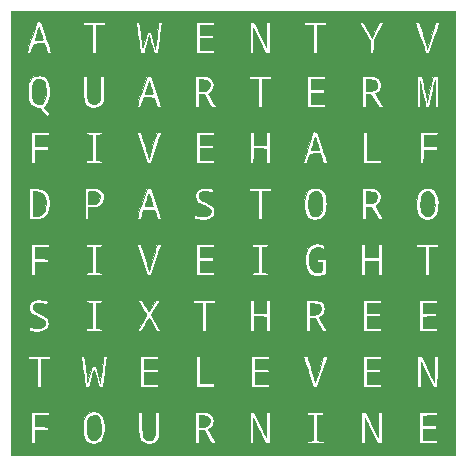
<source format=gtl>
%TF.GenerationSoftware,KiCad,Pcbnew,5.1.0-5.1.0*%
%TF.CreationDate,2019-03-30T09:27:41+01:00*%
%TF.ProjectId,WordClock,576f7264-436c-46f6-936b-2e6b69636164,rev?*%
%TF.SameCoordinates,PX660b0c0PY5f5e100*%
%TF.FileFunction,Copper,L1,Top*%
%TF.FilePolarity,Positive*%
%FSLAX46Y46*%
G04 Gerber Fmt 4.6, Leading zero omitted, Abs format (unit mm)*
G04 Created by KiCad (PCBNEW 5.1.0-5.1.0) date 2019-03-30 09:27:41*
%MOMM*%
%LPD*%
G04 APERTURE LIST*
%ADD10C,0.010000*%
%ADD11C,0.500000*%
G04 APERTURE END LIST*
D10*
G36*
X37796000Y204000D02*
G01*
X204000Y204000D01*
X204000Y3844666D01*
X1855000Y3844666D01*
X1855000Y1177666D01*
X2193667Y1177666D01*
X2193667Y2275876D01*
X2754584Y2287688D01*
X3315500Y2299500D01*
X3315500Y2405017D01*
X6259432Y2405017D01*
X6276055Y2135282D01*
X6310076Y1896033D01*
X6360683Y1711439D01*
X6371589Y1685666D01*
X6491395Y1490197D01*
X6651118Y1320992D01*
X6825807Y1203107D01*
X6871500Y1183622D01*
X7055807Y1147909D01*
X7274965Y1151985D01*
X7492524Y1191714D01*
X7672030Y1262961D01*
X7694795Y1277016D01*
X7869844Y1441795D01*
X8006731Y1674826D01*
X8101386Y1966861D01*
X8149736Y2308650D01*
X8149863Y2310603D01*
X8150959Y2731994D01*
X8095555Y3090350D01*
X7983642Y3385704D01*
X7815210Y3618084D01*
X7764151Y3666449D01*
X7542324Y3812015D01*
X7503265Y3823500D01*
X10977834Y3823500D01*
X10977834Y2828666D01*
X10979077Y2476045D01*
X10983895Y2196505D01*
X10993915Y1978484D01*
X11010767Y1810419D01*
X11036079Y1680748D01*
X11071481Y1577907D01*
X11118602Y1490335D01*
X11178000Y1407827D01*
X11330633Y1276259D01*
X11535978Y1185575D01*
X11770175Y1140529D01*
X12009366Y1145875D01*
X12129350Y1177666D01*
X15782667Y1177666D01*
X16121334Y1177666D01*
X16121334Y2278333D01*
X16529738Y2278333D01*
X17158500Y1178883D01*
X17358258Y1178275D01*
X17558017Y1177666D01*
X16845419Y2360066D01*
X17001959Y2449065D01*
X17166787Y2565794D01*
X17270088Y2703527D01*
X17324497Y2884364D01*
X17339864Y3040101D01*
X17331048Y3285038D01*
X17271985Y3472302D01*
X17155151Y3617317D01*
X17010334Y3715868D01*
X16917405Y3761592D01*
X16822009Y3793100D01*
X16703932Y3813861D01*
X16542961Y3827347D01*
X16318880Y3837028D01*
X16301250Y3837622D01*
X16089672Y3844666D01*
X20397000Y3844666D01*
X20397000Y1177666D01*
X20700703Y1177666D01*
X20686435Y2276665D01*
X20682389Y2608483D01*
X20680240Y2863900D01*
X20680455Y3051171D01*
X20683498Y3178550D01*
X20689835Y3254290D01*
X20699932Y3286645D01*
X20714253Y3283870D01*
X20733264Y3254219D01*
X20740745Y3239748D01*
X20777602Y3164429D01*
X20844830Y3024802D01*
X20936588Y2833090D01*
X21047034Y2601516D01*
X21170325Y2342305D01*
X21265985Y2140750D01*
X21722648Y1177666D01*
X22133873Y1177666D01*
X22133007Y1280130D01*
X25223000Y1280130D01*
X25223000Y1177666D01*
X26662334Y1177666D01*
X29837334Y1177666D01*
X30189575Y1177666D01*
X30164110Y2267750D01*
X30138645Y3357833D01*
X30263782Y3103833D01*
X30320072Y2988404D01*
X30405179Y2812387D01*
X30511479Y2591617D01*
X30631351Y2341929D01*
X30757174Y2079161D01*
X30788442Y2013750D01*
X31187965Y1177666D01*
X31573000Y1177666D01*
X34704461Y1177666D01*
X36229667Y1177666D01*
X36229667Y1474000D01*
X35044334Y1474000D01*
X35044334Y2405333D01*
X36187334Y2405333D01*
X36187334Y2699209D01*
X35065500Y2722833D01*
X35065500Y3527166D01*
X35647584Y3538944D01*
X36229667Y3550722D01*
X36229667Y3846620D01*
X35478250Y3835060D01*
X34726834Y3823500D01*
X34715647Y2500583D01*
X34704461Y1177666D01*
X31573000Y1177666D01*
X31573000Y3844666D01*
X31278096Y3844666D01*
X31266798Y2762358D01*
X31255500Y1680049D01*
X30746146Y2751774D01*
X30236792Y3823500D01*
X30037063Y3836403D01*
X29837334Y3849305D01*
X29837334Y1177666D01*
X26662334Y1177666D01*
X26662334Y1280130D01*
X26655509Y1336051D01*
X26622445Y1370376D01*
X26544253Y1392160D01*
X26402046Y1410459D01*
X26387167Y1412062D01*
X26112000Y1441530D01*
X26112000Y3586626D01*
X26376584Y3599230D01*
X26521070Y3608406D01*
X26600361Y3624250D01*
X26633902Y3655466D01*
X26641141Y3710760D01*
X26641167Y3717666D01*
X26641167Y3823500D01*
X25244167Y3823500D01*
X25244167Y3717666D01*
X25249901Y3659599D01*
X25280068Y3626445D01*
X25354115Y3609502D01*
X25491487Y3600062D01*
X25508750Y3599230D01*
X25773334Y3586626D01*
X25773334Y1441530D01*
X25498167Y1412062D01*
X25349954Y1393649D01*
X25267284Y1372483D01*
X25231271Y1339510D01*
X25223026Y1285674D01*
X25223000Y1280130D01*
X22133007Y1280130D01*
X22122687Y2500583D01*
X22111500Y3823500D01*
X21948489Y3836893D01*
X21785477Y3850286D01*
X21800322Y2770067D01*
X21803305Y2479644D01*
X21804022Y2221038D01*
X21802601Y2005059D01*
X21799173Y1842516D01*
X21793868Y1744219D01*
X21787690Y1719508D01*
X21762950Y1764164D01*
X21706996Y1875204D01*
X21624789Y2042460D01*
X21521289Y2255765D01*
X21401454Y2504952D01*
X21270245Y2779854D01*
X21262132Y2796916D01*
X20764050Y3844666D01*
X20397000Y3844666D01*
X16089672Y3844666D01*
X15782667Y3854887D01*
X15782667Y1177666D01*
X12129350Y1177666D01*
X12216865Y1200854D01*
X12436557Y1329907D01*
X12596432Y1513673D01*
X12654655Y1622166D01*
X12679564Y1684346D01*
X12698644Y1756958D01*
X12712664Y1851637D01*
X12722394Y1980015D01*
X12728604Y2153727D01*
X12732061Y2384404D01*
X12733536Y2683681D01*
X12733737Y2818083D01*
X12734667Y3844666D01*
X12396000Y3844666D01*
X12396000Y2869640D01*
X12394757Y2522656D01*
X12389902Y2249339D01*
X12379747Y2038711D01*
X12362601Y1879795D01*
X12336776Y1761613D01*
X12300583Y1673187D01*
X12252333Y1603539D01*
X12191894Y1543077D01*
X12057617Y1471461D01*
X11883430Y1441120D01*
X11704932Y1455026D01*
X11595347Y1493263D01*
X11515371Y1541343D01*
X11452200Y1600182D01*
X11403676Y1679900D01*
X11367641Y1790621D01*
X11341936Y1942464D01*
X11324404Y2145553D01*
X11312887Y2410007D01*
X11305226Y2745949D01*
X11303349Y2862767D01*
X11288461Y3849368D01*
X11133147Y3836434D01*
X10977834Y3823500D01*
X7503265Y3823500D01*
X7306670Y3881307D01*
X7069345Y3878633D01*
X6842504Y3808299D01*
X6638302Y3674614D01*
X6468895Y3481884D01*
X6346439Y3234416D01*
X6322097Y3155446D01*
X6281639Y2939268D01*
X6261023Y2681069D01*
X6259432Y2405017D01*
X3315500Y2405017D01*
X3315500Y2595833D01*
X2754584Y2607645D01*
X2193667Y2619457D01*
X2193667Y3548333D01*
X3379000Y3548333D01*
X3379000Y3844666D01*
X1855000Y3844666D01*
X204000Y3844666D01*
X204000Y8586000D01*
X1595636Y8586000D01*
X1608901Y8448416D01*
X1622167Y8310833D01*
X1992584Y8298602D01*
X2363000Y8286370D01*
X2363000Y7130907D01*
X2363995Y6826263D01*
X2366802Y6549661D01*
X2371155Y6312305D01*
X2376785Y6125400D01*
X2383425Y6000149D01*
X2390810Y5947758D01*
X2391222Y5947222D01*
X2449318Y5927851D01*
X2552174Y5919049D01*
X2560556Y5919000D01*
X2701667Y5919000D01*
X2701667Y8289666D01*
X3463667Y8289666D01*
X3463667Y8563006D01*
X6097457Y8563006D01*
X6098743Y8502420D01*
X6104599Y8472376D01*
X6116610Y8399352D01*
X6138008Y8254857D01*
X6167036Y8051353D01*
X6201936Y7801298D01*
X6240950Y7517152D01*
X6279640Y7231333D01*
X6328735Y6863880D01*
X6367895Y6571662D01*
X6399463Y6346140D01*
X6425779Y6178778D01*
X6449185Y6061036D01*
X6472021Y5984379D01*
X6496628Y5940267D01*
X6525347Y5920164D01*
X6560520Y5915531D01*
X6604486Y5917831D01*
X6639473Y5919000D01*
X6745267Y5923116D01*
X6803858Y5933392D01*
X6808000Y5937455D01*
X6818235Y5982664D01*
X6846456Y6095162D01*
X6888939Y6260402D01*
X6941959Y6463835D01*
X6973288Y6583038D01*
X7033370Y6811978D01*
X7087802Y7021197D01*
X7131928Y7192663D01*
X7161090Y7308346D01*
X7168037Y7337166D01*
X7182379Y7375975D01*
X7201167Y7372153D01*
X7227914Y7317171D01*
X7266133Y7202500D01*
X7319335Y7019609D01*
X7361909Y6866311D01*
X7443704Y6568602D01*
X7506971Y6342501D01*
X7556377Y6178187D01*
X7596591Y6065842D01*
X7632280Y5995644D01*
X7668111Y5957775D01*
X7708753Y5942415D01*
X7758874Y5939745D01*
X7802150Y5940166D01*
X7970430Y5940166D01*
X8127051Y7146666D01*
X8177319Y7532850D01*
X8217374Y7843241D01*
X8247319Y8086081D01*
X8267256Y8269613D01*
X8277286Y8402080D01*
X8277511Y8491724D01*
X8268034Y8546788D01*
X8248957Y8575516D01*
X8220780Y8586000D01*
X11126000Y8586000D01*
X11126000Y7280722D01*
X11126883Y6956385D01*
X11129383Y6659616D01*
X11133277Y6400919D01*
X11138345Y6190798D01*
X11144362Y6039754D01*
X11151108Y5958290D01*
X11154222Y5947222D01*
X11203835Y5938008D01*
X11323793Y5930053D01*
X11499775Y5923890D01*
X11717463Y5920047D01*
X11916222Y5919000D01*
X12650000Y5919000D01*
X12650000Y6212944D01*
X11485834Y6236500D01*
X11461894Y7189000D01*
X12607667Y7189000D01*
X12607667Y7485333D01*
X11464667Y7485333D01*
X11464667Y8289666D01*
X12650000Y8289666D01*
X12650000Y8586000D01*
X15867334Y8586000D01*
X15867334Y5919000D01*
X17349000Y5919000D01*
X17349000Y6257666D01*
X16206000Y6257666D01*
X16206000Y8586000D01*
X20524000Y8586000D01*
X20524000Y7280722D01*
X20524883Y6956385D01*
X20527383Y6659616D01*
X20531277Y6400919D01*
X20536345Y6190798D01*
X20542362Y6039754D01*
X20549108Y5958290D01*
X20552222Y5947222D01*
X20601835Y5938008D01*
X20721793Y5930053D01*
X20897775Y5923890D01*
X21115463Y5920047D01*
X21314222Y5919000D01*
X22048000Y5919000D01*
X22048000Y6212944D01*
X20883834Y6236500D01*
X20859894Y7189000D01*
X22011031Y7189000D01*
X21997766Y7326583D01*
X21984500Y7464166D01*
X21423584Y7475979D01*
X20862667Y7487791D01*
X20862667Y8289666D01*
X22048000Y8289666D01*
X22048000Y8540611D01*
X24926667Y8540611D01*
X24939516Y8490679D01*
X24975948Y8370365D01*
X25032787Y8189616D01*
X25106857Y7958378D01*
X25194984Y7686597D01*
X25293992Y7384220D01*
X25352384Y7207111D01*
X25778101Y5919000D01*
X26104784Y5919000D01*
X26549527Y7252500D01*
X26994269Y8586000D01*
X30006667Y8586000D01*
X30006667Y5917046D01*
X30758084Y5928606D01*
X31509500Y5940166D01*
X31522766Y6077750D01*
X31536031Y6215333D01*
X30345334Y6215333D01*
X30345334Y7189000D01*
X31446000Y7189000D01*
X31446000Y7485333D01*
X30345334Y7485333D01*
X30345334Y8287277D01*
X31509500Y8310833D01*
X31522766Y8448416D01*
X31536031Y8586000D01*
X34578667Y8586000D01*
X34578667Y5919000D01*
X34873571Y5919000D01*
X34896167Y8088104D01*
X35916555Y5940166D01*
X36293167Y5940166D01*
X36304353Y7263083D01*
X36315540Y8586000D01*
X35962721Y8586000D01*
X35985848Y7495916D01*
X36008975Y6405833D01*
X35907053Y6617500D01*
X35858893Y6717697D01*
X35781038Y6879887D01*
X35680377Y7089710D01*
X35563798Y7332804D01*
X35438192Y7594808D01*
X35384139Y7707583D01*
X34963148Y8586000D01*
X34578667Y8586000D01*
X31536031Y8586000D01*
X30006667Y8586000D01*
X26994269Y8586000D01*
X26633234Y8586000D01*
X26331001Y7622916D01*
X26244116Y7343949D01*
X26164660Y7084857D01*
X26096603Y6858904D01*
X26043913Y6679352D01*
X26010560Y6559461D01*
X26001592Y6522250D01*
X25969475Y6415456D01*
X25934524Y6392825D01*
X25900579Y6454115D01*
X25882543Y6529726D01*
X25862210Y6611242D01*
X25820214Y6759808D01*
X25760603Y6961807D01*
X25687426Y7203621D01*
X25604730Y7471633D01*
X25560331Y7613582D01*
X25476705Y7880405D01*
X25402283Y8119188D01*
X25340607Y8318452D01*
X25295222Y8466720D01*
X25269671Y8552513D01*
X25265334Y8569189D01*
X25227732Y8579722D01*
X25133812Y8585575D01*
X25096000Y8586000D01*
X24989973Y8575935D01*
X24930991Y8550792D01*
X24926667Y8540611D01*
X22048000Y8540611D01*
X22048000Y8586000D01*
X20524000Y8586000D01*
X16206000Y8586000D01*
X15867334Y8586000D01*
X12650000Y8586000D01*
X11126000Y8586000D01*
X8220780Y8586000D01*
X8220382Y8586148D01*
X8182411Y8586929D01*
X8144870Y8586000D01*
X8000072Y8586000D01*
X7972156Y8321416D01*
X7958947Y8196614D01*
X7938679Y8005616D01*
X7913264Y7766415D01*
X7884614Y7497004D01*
X7854641Y7215378D01*
X7851832Y7189000D01*
X7759425Y6321166D01*
X7372075Y7760500D01*
X7040920Y7760500D01*
X6882195Y7167833D01*
X6804518Y6877788D01*
X6746165Y6662170D01*
X6704268Y6513698D01*
X6675959Y6425093D01*
X6658369Y6389073D01*
X6648631Y6398359D01*
X6643876Y6445672D01*
X6641237Y6523730D01*
X6640371Y6554000D01*
X6632842Y6667168D01*
X6615875Y6847402D01*
X6591283Y7077855D01*
X6560881Y7341675D01*
X6526481Y7622015D01*
X6519633Y7675833D01*
X6405834Y8564833D01*
X6243107Y8578209D01*
X6138616Y8582950D01*
X6097457Y8563006D01*
X3463667Y8563006D01*
X3463667Y8586000D01*
X1595636Y8586000D01*
X204000Y8586000D01*
X204000Y11068667D01*
X1685667Y11068667D01*
X1685667Y10908465D01*
X1690884Y10826045D01*
X1716562Y10768695D01*
X1777743Y10727056D01*
X1889470Y10691773D01*
X2066785Y10653488D01*
X2109000Y10645128D01*
X2298221Y10629322D01*
X2524318Y10641448D01*
X2751152Y10677073D01*
X2942580Y10731761D01*
X2992450Y10753547D01*
X3192601Y10888216D01*
X3318344Y11060205D01*
X3374716Y11277553D01*
X3379000Y11370680D01*
X3360593Y11561146D01*
X3299483Y11720640D01*
X3186831Y11857978D01*
X3013803Y11981977D01*
X2771561Y12101451D01*
X2563423Y12184372D01*
X2315274Y12299217D01*
X2148962Y12428947D01*
X2062559Y12576123D01*
X2054135Y12743308D01*
X2076967Y12830683D01*
X2163303Y12956377D01*
X2313583Y13036033D01*
X2519671Y13068038D01*
X2773432Y13050775D01*
X2973964Y13008802D01*
X3105367Y12976585D01*
X3197694Y12957761D01*
X3228286Y12955885D01*
X3295665Y13102290D01*
X3310659Y13205706D01*
X3285916Y13248290D01*
X3171960Y13293131D01*
X3012015Y13327333D01*
X6511667Y13327333D01*
X6511667Y13223602D01*
X6518995Y13165147D01*
X6554055Y13130026D01*
X6636462Y13108011D01*
X6765667Y13091134D01*
X7019667Y13062397D01*
X7019667Y10914333D01*
X6765667Y10914333D01*
X6625069Y10912670D01*
X6549182Y10901029D01*
X6518049Y10869432D01*
X6511714Y10807901D01*
X6511667Y10787333D01*
X6511667Y10660333D01*
X7914291Y10660333D01*
X7910589Y10692508D01*
X10893872Y10692508D01*
X10910718Y10668163D01*
X10951108Y10660810D01*
X11011900Y10661066D01*
X11026221Y10661204D01*
X11189500Y10662076D01*
X11507000Y11231833D01*
X11617601Y11427994D01*
X11714229Y11595017D01*
X11789348Y11720211D01*
X11835420Y11790890D01*
X11845667Y11801929D01*
X11872275Y11766956D01*
X11931769Y11670264D01*
X12016676Y11524563D01*
X12119524Y11342563D01*
X12181192Y11231300D01*
X12495550Y10660333D01*
X12680098Y10660333D01*
X12746314Y10658606D01*
X12794910Y10659465D01*
X12822800Y10671970D01*
X12826901Y10705183D01*
X12804130Y10768164D01*
X12751401Y10869975D01*
X12665631Y11019675D01*
X12543735Y11226327D01*
X12411069Y11450724D01*
X12292810Y11652672D01*
X12191340Y11828611D01*
X12113829Y11965895D01*
X12067444Y12051878D01*
X12057334Y12074745D01*
X12078382Y12117305D01*
X12136442Y12218859D01*
X12223887Y12366460D01*
X12333090Y12547159D01*
X12399943Y12656416D01*
X12519993Y12853103D01*
X12624586Y13026963D01*
X12705443Y13164043D01*
X12754290Y13250390D01*
X12764305Y13270645D01*
X12754275Y13309253D01*
X12677335Y13325844D01*
X12621026Y13327333D01*
X15613334Y13327333D01*
X15613334Y13031000D01*
X16375334Y13031000D01*
X16375334Y10660333D01*
X16714000Y10660333D01*
X16714000Y13031000D01*
X17476000Y13031000D01*
X17476000Y13327333D01*
X20397000Y13327333D01*
X20397000Y10660333D01*
X20735667Y10660333D01*
X20735667Y11932939D01*
X21254250Y11921053D01*
X21772834Y11909166D01*
X21784549Y11284750D01*
X21796264Y10660333D01*
X22132667Y10660333D01*
X25180667Y10660333D01*
X25519334Y10660333D01*
X25519334Y11761000D01*
X25933587Y11761000D01*
X26245044Y11210814D01*
X26556500Y10660628D01*
X26740946Y10660481D01*
X26816660Y10660488D01*
X26868136Y10667171D01*
X26892607Y10690314D01*
X26887311Y10739699D01*
X26849483Y10825110D01*
X26776358Y10956329D01*
X26665172Y11143141D01*
X26551119Y11332294D01*
X26441457Y11519926D01*
X26354053Y11680563D01*
X26295451Y11801252D01*
X26272190Y11869037D01*
X26275128Y11878876D01*
X26410493Y11951580D01*
X26549827Y12067960D01*
X26657421Y12196901D01*
X26675205Y12227510D01*
X26726080Y12390145D01*
X26741235Y12588645D01*
X26722293Y12789810D01*
X26670878Y12960439D01*
X26636458Y13019961D01*
X26535647Y13131262D01*
X26410761Y13212168D01*
X26247367Y13267303D01*
X26031033Y13301291D01*
X25747325Y13318754D01*
X25699250Y13320202D01*
X25435784Y13327333D01*
X30006667Y13327333D01*
X30006667Y10660333D01*
X31530667Y10660333D01*
X31530667Y10956666D01*
X30345334Y10956666D01*
X30345334Y11930333D01*
X31446000Y11930333D01*
X31446000Y12226666D01*
X30345334Y12226666D01*
X30345334Y13031000D01*
X31530667Y13031000D01*
X31530667Y13327333D01*
X34705667Y13327333D01*
X34705667Y12022055D01*
X34706550Y11697718D01*
X34709049Y11400949D01*
X34712944Y11142253D01*
X34718011Y10932131D01*
X34724029Y10781087D01*
X34730775Y10699623D01*
X34733889Y10688555D01*
X34783502Y10679341D01*
X34903459Y10671387D01*
X35079442Y10665223D01*
X35297130Y10661380D01*
X35495889Y10660333D01*
X36229667Y10660333D01*
X36229667Y10954277D01*
X35647584Y10966055D01*
X35065500Y10977833D01*
X35065500Y11909166D01*
X35629006Y11920997D01*
X36192512Y11932827D01*
X36179339Y12069163D01*
X36166167Y12205500D01*
X35605250Y12217312D01*
X35044334Y12229124D01*
X35044334Y13031000D01*
X36229667Y13031000D01*
X36229667Y13327333D01*
X34705667Y13327333D01*
X31530667Y13327333D01*
X30006667Y13327333D01*
X25435784Y13327333D01*
X25180667Y13334238D01*
X25180667Y10660333D01*
X22132667Y10660333D01*
X22132667Y13327333D01*
X21794000Y13327333D01*
X21794000Y12226666D01*
X20735667Y12226666D01*
X20735667Y13327333D01*
X20397000Y13327333D01*
X17476000Y13327333D01*
X15613334Y13327333D01*
X12621026Y13327333D01*
X12455994Y13327333D01*
X12169528Y12840500D01*
X12061908Y12661215D01*
X11968211Y12511869D01*
X11897182Y12405908D01*
X11857563Y12356778D01*
X11853781Y12354931D01*
X11823174Y12390151D01*
X11760097Y12485650D01*
X11673169Y12627683D01*
X11571011Y12802502D01*
X11549334Y12840500D01*
X11274167Y13324804D01*
X11091752Y13326068D01*
X10985393Y13320386D01*
X10929177Y13304573D01*
X10926475Y13295583D01*
X10953049Y13250062D01*
X11015296Y13144988D01*
X11105424Y12993467D01*
X11215643Y12808606D01*
X11288807Y12686082D01*
X11406494Y12486097D01*
X11506944Y12309657D01*
X11582710Y12170307D01*
X11626343Y12081593D01*
X11634000Y12058306D01*
X11613353Y12006769D01*
X11556204Y11895865D01*
X11469748Y11738750D01*
X11361177Y11548578D01*
X11272730Y11397526D01*
X11124742Y11147474D01*
X11016003Y10961329D01*
X10943373Y10829708D01*
X10903709Y10743229D01*
X10893872Y10692508D01*
X7910589Y10692508D01*
X7900895Y10776750D01*
X7888395Y10840578D01*
X7855796Y10876797D01*
X7782560Y10894943D01*
X7648145Y10904547D01*
X7622917Y10905770D01*
X7358334Y10918373D01*
X7358334Y13073333D01*
X7474750Y13073799D01*
X7597989Y13081298D01*
X7739917Y13098887D01*
X7749917Y13100505D01*
X7856587Y13127590D01*
X7901571Y13173067D01*
X7908667Y13227039D01*
X7908667Y13327333D01*
X6511667Y13327333D01*
X3012015Y13327333D01*
X3000725Y13329747D01*
X2799482Y13354361D01*
X2595502Y13363195D01*
X2483800Y13359397D01*
X2209640Y13310009D01*
X1991525Y13208138D01*
X1835261Y13058771D01*
X1746657Y12866899D01*
X1728000Y12709995D01*
X1752001Y12484020D01*
X1829655Y12298921D01*
X1969445Y12144180D01*
X2179851Y12009277D01*
X2359296Y11926916D01*
X2629311Y11809601D01*
X2826221Y11707396D01*
X2958252Y11611870D01*
X3033628Y11514594D01*
X3060574Y11407138D01*
X3047313Y11281072D01*
X3035485Y11233838D01*
X2954996Y11092144D01*
X2809373Y10992473D01*
X2608232Y10937086D01*
X2361188Y10928244D01*
X2077856Y10968207D01*
X1992584Y10988644D01*
X1685667Y11068667D01*
X204000Y11068667D01*
X204000Y18068666D01*
X1855000Y18068666D01*
X1855000Y15401666D01*
X2191209Y15401666D01*
X2203021Y15962583D01*
X2214834Y16523500D01*
X2778339Y16535330D01*
X3341845Y16547160D01*
X3328673Y16683497D01*
X3315500Y16819833D01*
X2754584Y16831645D01*
X2193667Y16843457D01*
X2193667Y17772333D01*
X3379000Y17772333D01*
X3379000Y18068666D01*
X6506043Y18068666D01*
X6519438Y17952250D01*
X6532925Y17886274D01*
X6568302Y17849843D01*
X6647062Y17832150D01*
X6776250Y17823137D01*
X7019667Y17810441D01*
X7019667Y15655666D01*
X6897959Y15655666D01*
X6695784Y15642370D01*
X6569609Y15601267D01*
X6514855Y15530538D01*
X6511667Y15502208D01*
X6511667Y15401666D01*
X7908667Y15401666D01*
X7908667Y15502208D01*
X7878493Y15579797D01*
X7783477Y15629121D01*
X7616877Y15652719D01*
X7501209Y15655666D01*
X7358334Y15655666D01*
X7358334Y17814666D01*
X7566538Y17814666D01*
X7741180Y17821965D01*
X7846642Y17848195D01*
X7897494Y17899860D01*
X7908667Y17967362D01*
X7908667Y18043754D01*
X10829667Y18043754D01*
X10842322Y17998923D01*
X10878223Y17883305D01*
X10934274Y17706576D01*
X11007379Y17478414D01*
X11094444Y17208495D01*
X11192371Y16906497D01*
X11256980Y16708014D01*
X11684294Y15397187D01*
X12029406Y15422833D01*
X12445881Y16671666D01*
X12549870Y16983587D01*
X12645947Y17271968D01*
X12730638Y17526363D01*
X12800466Y17736328D01*
X12851958Y17891416D01*
X12881637Y17981181D01*
X12886860Y17997197D01*
X12891804Y18044362D01*
X12853469Y18063569D01*
X12753125Y18062356D01*
X12729054Y18060697D01*
X12546743Y18047500D01*
X12405569Y17603000D01*
X12341674Y17399848D01*
X12261993Y17143542D01*
X12175154Y16861994D01*
X12089787Y16583119D01*
X12059165Y16482456D01*
X11853935Y15806412D01*
X11803547Y15995623D01*
X11775988Y16092087D01*
X11727753Y16253790D01*
X11663622Y16465223D01*
X11588377Y16710877D01*
X11506799Y16975243D01*
X11423670Y17242811D01*
X11343772Y17498073D01*
X11271886Y17725519D01*
X11226408Y17867583D01*
X11183814Y17987083D01*
X11140989Y18046400D01*
X11073785Y18066571D01*
X10995598Y18068666D01*
X15825000Y18068666D01*
X15825000Y15401666D01*
X17349000Y15401666D01*
X17349000Y15698000D01*
X16163667Y15698000D01*
X16163667Y16626876D01*
X16724584Y16638688D01*
X17285500Y16650500D01*
X17298673Y16786836D01*
X17311845Y16923173D01*
X16748339Y16935003D01*
X16184834Y16946833D01*
X16172717Y17359583D01*
X16160601Y17772333D01*
X17349000Y17772333D01*
X17349000Y18068666D01*
X20560710Y18068666D01*
X20574105Y17952250D01*
X20587591Y17886274D01*
X20622968Y17849843D01*
X20701729Y17832150D01*
X20830917Y17823137D01*
X21074334Y17810441D01*
X21074334Y15655666D01*
X20952625Y15655666D01*
X20750451Y15642370D01*
X20624276Y15601267D01*
X20569522Y15530538D01*
X20566334Y15502208D01*
X20566334Y15401666D01*
X21963334Y15401666D01*
X21963334Y15502208D01*
X21933160Y15579797D01*
X21838144Y15629121D01*
X21671544Y15652719D01*
X21555875Y15655666D01*
X21413000Y15655666D01*
X21413000Y16857412D01*
X25062918Y16857412D01*
X25069025Y16465795D01*
X25129539Y16126070D01*
X25242452Y15842655D01*
X25405757Y15619972D01*
X25617448Y15462439D01*
X25716403Y15418215D01*
X25869942Y15385454D01*
X26073753Y15374561D01*
X26296698Y15384139D01*
X26507643Y15412791D01*
X26675452Y15459120D01*
X26681278Y15461510D01*
X26831667Y15524346D01*
X26831667Y16798666D01*
X26069667Y16798666D01*
X26069667Y16502333D01*
X26493000Y16502333D01*
X26493000Y16120285D01*
X26492020Y15939141D01*
X26485768Y15824441D01*
X26469276Y15757962D01*
X26437576Y15721482D01*
X26385702Y15696778D01*
X26376584Y15693236D01*
X26222278Y15664360D01*
X26036579Y15671755D01*
X25858567Y15710819D01*
X25738430Y15768372D01*
X25653900Y15854173D01*
X25563693Y15982035D01*
X25520025Y16060033D01*
X25469679Y16171887D01*
X25438206Y16280554D01*
X25421352Y16411466D01*
X25414863Y16590057D01*
X25414192Y16692833D01*
X25427625Y17006642D01*
X25471915Y17253747D01*
X25551328Y17447828D01*
X25670126Y17602561D01*
X25709158Y17639061D01*
X25893815Y17755741D01*
X26101289Y17797060D01*
X26340726Y17764308D01*
X26422154Y17739558D01*
X26660328Y17659151D01*
X26708607Y17805439D01*
X26732446Y17899040D01*
X26720780Y17962123D01*
X26660519Y18006507D01*
X26538575Y18044013D01*
X26427107Y18068666D01*
X29837334Y18068666D01*
X29837334Y15401666D01*
X30176000Y15401666D01*
X30176000Y16629333D01*
X31234334Y16629333D01*
X31234334Y15401666D01*
X31573000Y15401666D01*
X31573000Y17772333D01*
X34488636Y17772333D01*
X35256000Y17772333D01*
X35256000Y15401666D01*
X35594667Y15401666D01*
X35594667Y17772333D01*
X36356667Y17772333D01*
X36356667Y18070318D01*
X34515167Y18047500D01*
X34501901Y17909916D01*
X34488636Y17772333D01*
X31573000Y17772333D01*
X31573000Y18068666D01*
X31234334Y18068666D01*
X31234334Y16925666D01*
X30176000Y16925666D01*
X30176000Y18068666D01*
X29837334Y18068666D01*
X26427107Y18068666D01*
X26413868Y18071594D01*
X26115110Y18098114D01*
X25832927Y18054450D01*
X25582546Y17945094D01*
X25379198Y17774537D01*
X25369796Y17763606D01*
X25229053Y17561463D01*
X25134936Y17334824D01*
X25080310Y17062622D01*
X25062918Y16857412D01*
X21413000Y16857412D01*
X21413000Y17814666D01*
X21621204Y17814666D01*
X21795847Y17821965D01*
X21901309Y17848195D01*
X21952161Y17899860D01*
X21963334Y17967362D01*
X21963334Y18068666D01*
X20560710Y18068666D01*
X17349000Y18068666D01*
X15825000Y18068666D01*
X10995598Y18068666D01*
X10890780Y18063030D01*
X10833369Y18048983D01*
X10829667Y18043754D01*
X7908667Y18043754D01*
X7908667Y18068666D01*
X6506043Y18068666D01*
X3379000Y18068666D01*
X1855000Y18068666D01*
X204000Y18068666D01*
X204000Y20134082D01*
X1685667Y20134082D01*
X1980161Y20143000D01*
X6427000Y20143000D01*
X6723334Y20143000D01*
X6723334Y20168213D01*
X10829667Y20168213D01*
X10867180Y20152208D01*
X10960535Y20143519D01*
X10993615Y20143000D01*
X11157564Y20143000D01*
X11280771Y20534583D01*
X11403979Y20926166D01*
X11855947Y20938165D01*
X12307916Y20950163D01*
X12429849Y20557165D01*
X12551782Y20164166D01*
X12732302Y20150934D01*
X12847817Y20149192D01*
X12893616Y20168937D01*
X12892777Y20193267D01*
X12875146Y20245891D01*
X12834604Y20368903D01*
X12816175Y20425070D01*
X15701575Y20425070D01*
X15706028Y20366366D01*
X15723197Y20262491D01*
X15768882Y20204141D01*
X15868463Y20162006D01*
X15888500Y20155623D01*
X16021456Y20130254D01*
X16211734Y20115263D01*
X16432407Y20112642D01*
X16461306Y20113297D01*
X16662783Y20121689D01*
X16805300Y20137632D01*
X16914532Y20166480D01*
X17016158Y20213587D01*
X17059047Y20237930D01*
X17233800Y20372201D01*
X17339896Y20536709D01*
X17384026Y20745502D01*
X17382283Y20916807D01*
X17365621Y21068939D01*
X17333484Y21169854D01*
X17271658Y21252993D01*
X17216830Y21306028D01*
X17111941Y21382010D01*
X16954250Y21472574D01*
X16770394Y21563017D01*
X16679639Y21602498D01*
X16442628Y21706512D01*
X16275558Y21796801D01*
X16167167Y21883605D01*
X16106195Y21977168D01*
X16081377Y22087731D01*
X16079000Y22148739D01*
X16099204Y22306850D01*
X16166204Y22415186D01*
X16289586Y22480384D01*
X16478934Y22509083D01*
X16603293Y22511808D01*
X16782258Y22502567D01*
X16951632Y22480291D01*
X17064517Y22452861D01*
X17168712Y22419826D01*
X17225805Y22425929D01*
X17268036Y22480759D01*
X17285432Y22513666D01*
X20306969Y22513666D01*
X21074334Y22513666D01*
X21074334Y20143000D01*
X21413000Y20143000D01*
X21413000Y21476500D01*
X24997244Y21476500D01*
X25019657Y21073964D01*
X25089078Y20741715D01*
X25205692Y20479497D01*
X25369683Y20287056D01*
X25581238Y20164137D01*
X25840541Y20110486D01*
X25989679Y20109632D01*
X26180204Y20129323D01*
X26226021Y20143000D01*
X29920794Y20143000D01*
X30258137Y20143000D01*
X30269985Y20682750D01*
X30281834Y21222500D01*
X30695231Y21222500D01*
X30982278Y20720288D01*
X31090481Y20533095D01*
X31186208Y20371416D01*
X31260503Y20250095D01*
X31304408Y20183978D01*
X31309577Y20177823D01*
X31374155Y20155485D01*
X31486090Y20148943D01*
X31525104Y20150868D01*
X31700378Y20164166D01*
X31357287Y20735057D01*
X31227933Y20952288D01*
X31138649Y21108784D01*
X31084569Y21215571D01*
X31060832Y21283674D01*
X31062574Y21324118D01*
X31075615Y21338008D01*
X34496015Y21338008D01*
X34500368Y21159188D01*
X34517131Y21012349D01*
X34548641Y20871324D01*
X34571791Y20791075D01*
X34688213Y20516738D01*
X34849311Y20306430D01*
X35050008Y20166641D01*
X35065500Y20159624D01*
X35261576Y20109759D01*
X35491047Y20105447D01*
X35717058Y20144982D01*
X35849714Y20195916D01*
X36058415Y20348139D01*
X36217550Y20567529D01*
X36326338Y20852057D01*
X36384000Y21199694D01*
X36389997Y21603232D01*
X36372088Y21852906D01*
X36341497Y22042940D01*
X36293835Y22197953D01*
X36276804Y22238500D01*
X36124087Y22500033D01*
X35932686Y22688007D01*
X35706098Y22800519D01*
X35447817Y22835667D01*
X35229396Y22808781D01*
X34985099Y22717738D01*
X34792196Y22562752D01*
X34643654Y22337944D01*
X34628721Y22306528D01*
X34578595Y22185194D01*
X34544563Y22064694D01*
X34522551Y21921574D01*
X34508488Y21732376D01*
X34501732Y21574974D01*
X34496015Y21338008D01*
X31075615Y21338008D01*
X31084931Y21347930D01*
X31086517Y21348890D01*
X31278905Y21488125D01*
X31408162Y21646252D01*
X31450389Y21727172D01*
X31518675Y21966684D01*
X31510025Y22198705D01*
X31429169Y22409037D01*
X31280840Y22583480D01*
X31132944Y22679867D01*
X31030880Y22725593D01*
X30930541Y22755735D01*
X30810065Y22773605D01*
X30647589Y22782516D01*
X30434444Y22785700D01*
X29943167Y22788833D01*
X29931980Y21465916D01*
X29920794Y20143000D01*
X26226021Y20143000D01*
X26323976Y20172240D01*
X26440592Y20237141D01*
X26604549Y20392992D01*
X26734678Y20611129D01*
X26829756Y20875699D01*
X26888557Y21170850D01*
X26909856Y21480730D01*
X26892428Y21789487D01*
X26835048Y22081269D01*
X26736491Y22340222D01*
X26617406Y22525133D01*
X26459937Y22682860D01*
X26289970Y22777388D01*
X26082035Y22820058D01*
X25942667Y22825530D01*
X25665231Y22792864D01*
X25436908Y22694173D01*
X25256969Y22528416D01*
X25124685Y22294552D01*
X25039326Y21991542D01*
X25000163Y21618345D01*
X24997244Y21476500D01*
X21413000Y21476500D01*
X21413000Y22513666D01*
X22175000Y22513666D01*
X22175000Y22811651D01*
X20333500Y22788833D01*
X20320235Y22651250D01*
X20306969Y22513666D01*
X17285432Y22513666D01*
X17288497Y22519463D01*
X17325692Y22615582D01*
X17329024Y22680739D01*
X17327776Y22683093D01*
X17258533Y22729516D01*
X17122753Y22769560D01*
X16938513Y22799750D01*
X16723894Y22816616D01*
X16620464Y22818941D01*
X16315339Y22793406D01*
X16073737Y22714192D01*
X15896796Y22581793D01*
X15819412Y22471994D01*
X15750437Y22261334D01*
X15750940Y22038014D01*
X15815435Y21824405D01*
X15938437Y21642883D01*
X16044357Y21554511D01*
X16151700Y21494314D01*
X16307463Y21418405D01*
X16481073Y21341548D01*
X16511458Y21328918D01*
X16678455Y21255588D01*
X16826537Y21182313D01*
X16928591Y21122700D01*
X16942124Y21112808D01*
X17047015Y20983623D01*
X17081633Y20831180D01*
X17048196Y20675964D01*
X16948922Y20538461D01*
X16873805Y20481844D01*
X16721758Y20425359D01*
X16516859Y20398692D01*
X16285739Y20402485D01*
X16055028Y20437380D01*
X15969312Y20460042D01*
X15823045Y20502734D01*
X15740960Y20515154D01*
X15706117Y20491275D01*
X15701575Y20425070D01*
X12816175Y20425070D01*
X12774464Y20552189D01*
X12698039Y20785635D01*
X12608641Y21059125D01*
X12509584Y21362546D01*
X12455154Y21529416D01*
X12037576Y22810000D01*
X11681673Y22810000D01*
X11255670Y21501713D01*
X11152789Y21185009D01*
X11058852Y20894399D01*
X10976954Y20639573D01*
X10910193Y20430223D01*
X10861664Y20276041D01*
X10834464Y20186718D01*
X10829667Y20168213D01*
X6723334Y20168213D01*
X6723334Y21148382D01*
X7072584Y21167389D01*
X7402228Y21208859D01*
X7661380Y21295051D01*
X7852881Y21428373D01*
X7979570Y21611230D01*
X8044288Y21846027D01*
X8054504Y21999055D01*
X8035952Y22245064D01*
X7969895Y22431582D01*
X7847702Y22574333D01*
X7681184Y22679088D01*
X7578251Y22724422D01*
X7470231Y22756000D01*
X7336441Y22777286D01*
X7156202Y22791741D01*
X6951644Y22801220D01*
X6427000Y22821431D01*
X6427000Y20143000D01*
X1980161Y20143000D01*
X2183084Y20149145D01*
X2401232Y20157240D01*
X2556529Y20168865D01*
X2670788Y20188364D01*
X2765819Y20220081D01*
X2863435Y20268361D01*
X2908792Y20293681D01*
X3138785Y20462376D01*
X3307670Y20677678D01*
X3424296Y20951737D01*
X3446615Y21032000D01*
X3497635Y21363835D01*
X3486991Y21693253D01*
X3418407Y22003016D01*
X3295605Y22275882D01*
X3132967Y22484396D01*
X2994140Y22602649D01*
X2846565Y22687232D01*
X2671402Y22744275D01*
X2449809Y22779906D01*
X2162944Y22800256D01*
X2161917Y22800303D01*
X1685667Y22821809D01*
X1685667Y20134082D01*
X204000Y20134082D01*
X204000Y27551333D01*
X1855000Y27551333D01*
X1855000Y26246055D01*
X1855883Y25921718D01*
X1858383Y25624949D01*
X1862277Y25366253D01*
X1867345Y25156131D01*
X1873362Y25005087D01*
X1880108Y24923623D01*
X1883222Y24912555D01*
X1941318Y24893184D01*
X2044174Y24884382D01*
X2052556Y24884333D01*
X2193667Y24884333D01*
X2193667Y26027333D01*
X3336667Y26027333D01*
X3336667Y26323666D01*
X2193667Y26323666D01*
X2193667Y27255000D01*
X3379000Y27255000D01*
X3379000Y27551333D01*
X6511667Y27551333D01*
X6511667Y27449656D01*
X6519409Y27392221D01*
X6555674Y27357446D01*
X6640025Y27335230D01*
X6765667Y27318500D01*
X7019667Y27289020D01*
X7019667Y25138333D01*
X6765667Y25138333D01*
X6625069Y25136670D01*
X6549182Y25125029D01*
X6518049Y25093432D01*
X6511714Y25031901D01*
X6511667Y25011333D01*
X6511667Y24884333D01*
X7914291Y24884333D01*
X7900895Y25000750D01*
X7887418Y25065882D01*
X7852020Y25103364D01*
X7773757Y25123973D01*
X7633500Y25138333D01*
X7379500Y25159500D01*
X7356894Y27290440D01*
X7632781Y27319985D01*
X7781318Y27338481D01*
X7864251Y27359721D01*
X7900415Y27392613D01*
X7908650Y27446063D01*
X7908667Y27450432D01*
X7908667Y27520327D01*
X10829667Y27520327D01*
X10842566Y27474056D01*
X10879157Y27357220D01*
X10936277Y27179552D01*
X11010764Y26950781D01*
X11099456Y26680639D01*
X11199191Y26378857D01*
X11263584Y26184945D01*
X11697500Y24880568D01*
X12029406Y24905500D01*
X12445881Y26154333D01*
X12549820Y26466101D01*
X12645805Y26754193D01*
X12730369Y27008191D01*
X12800046Y27217678D01*
X12851370Y27372236D01*
X12880874Y27461447D01*
X12886031Y27477250D01*
X12888453Y27523794D01*
X12844041Y27545505D01*
X12734505Y27550840D01*
X12726936Y27550829D01*
X12544167Y27550325D01*
X12335092Y26884079D01*
X12250675Y26612888D01*
X12162308Y26325303D01*
X12078853Y26050390D01*
X12009171Y25817219D01*
X11990197Y25752637D01*
X11854377Y25287440D01*
X11805353Y25477470D01*
X11784433Y25557299D01*
X11762312Y25637864D01*
X11735545Y25730451D01*
X11700688Y25846343D01*
X11654293Y25996825D01*
X11592916Y26193182D01*
X11513110Y26446698D01*
X11411430Y26768657D01*
X11401550Y26799916D01*
X11164033Y27551333D01*
X15825000Y27551333D01*
X15825000Y24884333D01*
X17349000Y24884333D01*
X17349000Y25180666D01*
X16163667Y25180666D01*
X16163667Y26154333D01*
X17312031Y26154333D01*
X17298766Y26291916D01*
X17285500Y26429500D01*
X16724584Y26441312D01*
X16163667Y26453124D01*
X16163667Y27255000D01*
X17349000Y27255000D01*
X17349000Y27551333D01*
X20397000Y27551333D01*
X20397000Y24879222D01*
X20714500Y24905500D01*
X20726223Y25531210D01*
X20737945Y26156921D01*
X21255389Y26145044D01*
X21772834Y26133166D01*
X21784563Y25506263D01*
X21796292Y24879359D01*
X21953896Y24892429D01*
X22111500Y24905500D01*
X22111784Y24939192D01*
X24926667Y24939192D01*
X24954251Y24898895D01*
X25045734Y24889982D01*
X25082108Y24892361D01*
X25237549Y24905500D01*
X25371339Y25307666D01*
X25505128Y25709833D01*
X25949436Y25721775D01*
X26393743Y25733716D01*
X26643875Y24905500D01*
X26822437Y24892482D01*
X26931545Y24887257D01*
X26994320Y24889540D01*
X27000349Y24892482D01*
X26987411Y24934310D01*
X26950987Y25047058D01*
X26894175Y25221263D01*
X26820072Y25447461D01*
X26731779Y25716188D01*
X26632393Y26017980D01*
X26559480Y26239000D01*
X26126251Y27551333D01*
X30006667Y27551333D01*
X30006667Y26246055D01*
X30007550Y25921718D01*
X30010049Y25624949D01*
X30013944Y25366253D01*
X30019011Y25156131D01*
X30025029Y25005087D01*
X30031775Y24923623D01*
X30034889Y24912555D01*
X30084607Y24903212D01*
X30204436Y24895175D01*
X30379825Y24888998D01*
X30596222Y24885236D01*
X30775722Y24884333D01*
X31488334Y24884333D01*
X31488334Y25178209D01*
X30366500Y25201833D01*
X30343994Y27551333D01*
X34790334Y27551333D01*
X34790334Y24879222D01*
X35107834Y24905500D01*
X35119646Y25466416D01*
X35131458Y26027333D01*
X36229667Y26027333D01*
X36229667Y26323666D01*
X35129000Y26323666D01*
X35129000Y27252611D01*
X35711084Y27264389D01*
X36293167Y27276166D01*
X36306432Y27413750D01*
X36319698Y27551333D01*
X34790334Y27551333D01*
X30343994Y27551333D01*
X30006667Y27551333D01*
X26126251Y27551333D01*
X26119263Y27572500D01*
X25777725Y27598320D01*
X25352196Y26298741D01*
X25248856Y25981339D01*
X25154573Y25688290D01*
X25072492Y25429648D01*
X25005761Y25215467D01*
X24957526Y25055800D01*
X24930934Y24960700D01*
X24926667Y24939192D01*
X22111784Y24939192D01*
X22122687Y26228416D01*
X22133873Y27551333D01*
X21794000Y27551333D01*
X21794000Y26450666D01*
X20735667Y26450666D01*
X20735667Y27551333D01*
X20397000Y27551333D01*
X17349000Y27551333D01*
X15825000Y27551333D01*
X11164033Y27551333D01*
X10996850Y27551333D01*
X10891579Y27544369D01*
X10833589Y27526999D01*
X10829667Y27520327D01*
X7908667Y27520327D01*
X7908667Y27551333D01*
X6511667Y27551333D01*
X3379000Y27551333D01*
X1855000Y27551333D01*
X204000Y27551333D01*
X204000Y30980333D01*
X1622167Y30980333D01*
X1624417Y30714503D01*
X1632255Y30515937D01*
X1647313Y30367327D01*
X1671222Y30251362D01*
X1698724Y30168108D01*
X1830379Y29938861D01*
X2021731Y29757586D01*
X2256131Y29635657D01*
X2516927Y29584447D01*
X2554457Y29583569D01*
X2648582Y29567758D01*
X2717875Y29506574D01*
X2766123Y29427000D01*
X2841345Y29313507D01*
X2952741Y29175647D01*
X3056815Y29063285D01*
X3263796Y28855903D01*
X3362209Y28976201D01*
X3427311Y29062440D01*
X3460958Y29119968D01*
X3462144Y29125182D01*
X3433546Y29168214D01*
X3361095Y29237514D01*
X3343570Y29252182D01*
X3241039Y29350322D01*
X3132451Y29474633D01*
X3104148Y29511301D01*
X2984823Y29672102D01*
X3140763Y29831799D01*
X3294036Y30043637D01*
X3406499Y30312340D01*
X3476735Y30619828D01*
X3503326Y30948023D01*
X3484856Y31278845D01*
X3419907Y31594215D01*
X3307063Y31876054D01*
X3301770Y31885937D01*
X3145086Y32100074D01*
X2943919Y32242548D01*
X2773737Y32292666D01*
X6292308Y32292666D01*
X6307391Y31266083D01*
X6312724Y30939770D01*
X6318626Y30686190D01*
X6326111Y30493411D01*
X6336194Y30349503D01*
X6349891Y30242531D01*
X6368216Y30160565D01*
X6392185Y30091673D01*
X6410925Y30049000D01*
X6482058Y29918420D01*
X6558668Y29810526D01*
X6587385Y29780391D01*
X6770930Y29668530D01*
X7002862Y29604058D01*
X7258889Y29590940D01*
X7505546Y29630551D01*
X7565515Y29659455D01*
X10829667Y29659455D01*
X10867108Y29637814D01*
X10960048Y29626262D01*
X10989998Y29625666D01*
X11150329Y29625666D01*
X11289562Y30050445D01*
X11428794Y30475224D01*
X11859481Y30463195D01*
X12290167Y30451166D01*
X12574607Y29625666D01*
X12743833Y29625666D01*
X15782667Y29625666D01*
X16121334Y29625666D01*
X16121334Y30726333D01*
X16535790Y30726333D01*
X17158500Y29628153D01*
X17364452Y29626910D01*
X17486150Y29628107D01*
X17538715Y29640352D01*
X17537675Y29673704D01*
X17509591Y29720916D01*
X17416322Y29870172D01*
X17310157Y30045070D01*
X17199806Y30230620D01*
X17093980Y30411830D01*
X17001389Y30573711D01*
X16930742Y30701271D01*
X16890750Y30779520D01*
X16884964Y30795933D01*
X16918570Y30840015D01*
X16999528Y30902874D01*
X17020968Y30916833D01*
X17197673Y31066665D01*
X17304642Y31254506D01*
X17347580Y31491401D01*
X17349000Y31551833D01*
X17322093Y31793635D01*
X17236592Y31980753D01*
X17085330Y32125759D01*
X16989167Y32183105D01*
X16897424Y32223122D01*
X16790053Y32250888D01*
X16647858Y32269285D01*
X16451643Y32281195D01*
X16301250Y32286391D01*
X16084049Y32292666D01*
X20312334Y32292666D01*
X20312334Y31996333D01*
X21074334Y31996333D01*
X21074334Y29625666D01*
X21413000Y29625666D01*
X21413000Y31996333D01*
X22175000Y31996333D01*
X22175000Y32292666D01*
X25223000Y32292666D01*
X25223000Y29625666D01*
X26747000Y29625666D01*
X29922000Y29625666D01*
X30260667Y29625666D01*
X30260667Y30730758D01*
X30480383Y30717962D01*
X30700098Y30705166D01*
X31012731Y30165416D01*
X31325363Y29625666D01*
X31516209Y29625666D01*
X31626425Y29632578D01*
X31687899Y29650096D01*
X31692945Y29661049D01*
X31667348Y29707945D01*
X31606009Y29814066D01*
X31516759Y29966042D01*
X31407429Y30150504D01*
X31341436Y30261194D01*
X31228604Y30455059D01*
X31137104Y30622016D01*
X31073382Y30749481D01*
X31043881Y30824869D01*
X31045102Y30839813D01*
X31245755Y30949554D01*
X31398253Y31118482D01*
X31492986Y31330401D01*
X31520341Y31569111D01*
X31515382Y31632299D01*
X31449183Y31872657D01*
X31316316Y32062310D01*
X31121604Y32195917D01*
X30955890Y32252133D01*
X30841228Y32268879D01*
X30669875Y32282174D01*
X30469792Y32290175D01*
X30355917Y32291657D01*
X29922000Y32292666D01*
X34536334Y32292666D01*
X34536334Y29625666D01*
X34788951Y29625666D01*
X34800225Y30751084D01*
X34811500Y31876502D01*
X35015796Y30909834D01*
X35091766Y30549693D01*
X35152435Y30263748D01*
X35200602Y30043482D01*
X35239063Y29880382D01*
X35270616Y29765932D01*
X35298057Y29691619D01*
X35324185Y29648926D01*
X35351796Y29629340D01*
X35383688Y29624345D01*
X35422658Y29625427D01*
X35437671Y29625666D01*
X35573745Y29625666D01*
X35822813Y30768666D01*
X35887918Y31066529D01*
X35947082Y31335465D01*
X35997955Y31564938D01*
X36038188Y31744409D01*
X36065433Y31863341D01*
X36077340Y31911194D01*
X36077609Y31911666D01*
X36078536Y31871156D01*
X36078256Y31756894D01*
X36076871Y31579786D01*
X36074481Y31350738D01*
X36071190Y31080655D01*
X36067100Y30780443D01*
X36066931Y30768666D01*
X36050526Y29625666D01*
X36356667Y29625666D01*
X36356667Y32292666D01*
X35897003Y32292666D01*
X35845450Y32049250D01*
X35820674Y31931674D01*
X35782261Y31748665D01*
X35733868Y31517671D01*
X35679149Y31256141D01*
X35621761Y30981524D01*
X35617091Y30959166D01*
X35440285Y30112500D01*
X35373732Y30408833D01*
X35343473Y30547491D01*
X35300601Y30749274D01*
X35249281Y30994318D01*
X35193676Y31262760D01*
X35145249Y31498916D01*
X34983319Y32292666D01*
X34536334Y32292666D01*
X29922000Y32292666D01*
X29922000Y29625666D01*
X26747000Y29625666D01*
X26747000Y29922000D01*
X25561667Y29922000D01*
X25561667Y30853333D01*
X26662334Y30853333D01*
X26662334Y31149666D01*
X25561667Y31149666D01*
X25561667Y31996333D01*
X26747000Y31996333D01*
X26747000Y32292666D01*
X25223000Y32292666D01*
X22175000Y32292666D01*
X20312334Y32292666D01*
X16084049Y32292666D01*
X15782667Y32301373D01*
X15782667Y29625666D01*
X12743833Y29625666D01*
X12857962Y29635324D01*
X12895828Y29665792D01*
X12893544Y29678583D01*
X12876091Y29730554D01*
X12835802Y29852965D01*
X12775975Y30035723D01*
X12699906Y30268735D01*
X12610892Y30541907D01*
X12512230Y30845146D01*
X12457973Y31012083D01*
X12041916Y32292666D01*
X11678969Y32292666D01*
X11254318Y30992955D01*
X11151388Y30676910D01*
X11057453Y30386543D01*
X10975635Y30131656D01*
X10909057Y29922052D01*
X10860838Y29767532D01*
X10834101Y29677900D01*
X10829667Y29659455D01*
X7565515Y29659455D01*
X7683763Y29716448D01*
X7850234Y29859125D01*
X7978382Y30032005D01*
X8030782Y30155788D01*
X8046140Y30255606D01*
X8058965Y30429024D01*
X8068807Y30664998D01*
X8075216Y30952486D01*
X8077743Y31280445D01*
X8077764Y31308416D01*
X8078000Y32292666D01*
X7739334Y32292666D01*
X7739334Y31317640D01*
X7738015Y30964625D01*
X7732702Y30685754D01*
X7721360Y30470528D01*
X7701955Y30308445D01*
X7672452Y30189007D01*
X7630817Y30101714D01*
X7575013Y30036064D01*
X7503008Y29981560D01*
X7477298Y29965418D01*
X7291018Y29895033D01*
X7097469Y29894204D01*
X6918592Y29957733D01*
X6776324Y30080420D01*
X6736729Y30140915D01*
X6711805Y30195646D01*
X6692408Y30264848D01*
X6677635Y30359895D01*
X6666585Y30492164D01*
X6658356Y30673031D01*
X6652048Y30913872D01*
X6646758Y31226063D01*
X6645892Y31287250D01*
X6631951Y32292666D01*
X6292308Y32292666D01*
X2773737Y32292666D01*
X2694170Y32316098D01*
X2648855Y32321711D01*
X2361629Y32317324D01*
X2117576Y32240141D01*
X1916059Y32089818D01*
X1756436Y31866009D01*
X1737359Y31828717D01*
X1692014Y31731714D01*
X1660432Y31644587D01*
X1640137Y31549086D01*
X1628649Y31426960D01*
X1623491Y31259957D01*
X1622184Y31029826D01*
X1622167Y30980333D01*
X204000Y30980333D01*
X204000Y34245644D01*
X1516334Y34245644D01*
X1555255Y34209159D01*
X1671655Y34205684D01*
X1671774Y34205694D01*
X1827215Y34218833D01*
X1961005Y34621000D01*
X2094795Y35023166D01*
X2538538Y35035102D01*
X2982280Y35047038D01*
X3112677Y34632936D01*
X3243073Y34218833D01*
X3420552Y34205636D01*
X3530961Y34201857D01*
X3576324Y34217916D01*
X3575405Y34261624D01*
X3573063Y34269136D01*
X3554157Y34327178D01*
X3512401Y34455339D01*
X3451180Y34643240D01*
X3373875Y34880498D01*
X3283869Y35156733D01*
X3184544Y35461563D01*
X3134277Y35615833D01*
X2727356Y36864666D01*
X6252302Y36864666D01*
X6278834Y36589500D01*
X6649250Y36577268D01*
X7019667Y36565037D01*
X7019667Y35409574D01*
X7020662Y35104930D01*
X7023469Y34828327D01*
X7027821Y34590972D01*
X7033451Y34404066D01*
X7040092Y34278816D01*
X7047476Y34226424D01*
X7047889Y34225889D01*
X7105985Y34206517D01*
X7208840Y34197716D01*
X7217222Y34197666D01*
X7358334Y34197666D01*
X7358334Y36568333D01*
X8120334Y36568333D01*
X8120334Y36834122D01*
X10760759Y36834122D01*
X10763159Y36775025D01*
X10764370Y36769416D01*
X10775452Y36703057D01*
X10795924Y36564894D01*
X10824079Y36367058D01*
X10858212Y36121683D01*
X10896617Y35840899D01*
X10935514Y35552333D01*
X10985278Y35178562D01*
X11025165Y34880166D01*
X11057421Y34648727D01*
X11084289Y34475828D01*
X11108015Y34353049D01*
X11130843Y34271971D01*
X11155017Y34224176D01*
X11182783Y34201246D01*
X11216384Y34194762D01*
X11258066Y34196305D01*
X11296707Y34197666D01*
X11406306Y34205217D01*
X11462582Y34241961D01*
X11496497Y34329039D01*
X11498204Y34335250D01*
X11521951Y34424388D01*
X11562045Y34577061D01*
X11613662Y34774824D01*
X11671984Y34999234D01*
X11698031Y35099751D01*
X11860342Y35726668D01*
X11998318Y35226751D01*
X12060859Y35002818D01*
X12124136Y34780777D01*
X12180039Y34588849D01*
X12214968Y34472833D01*
X12293642Y34218833D01*
X12628834Y34218833D01*
X12785549Y35425333D01*
X12835798Y35811344D01*
X12875775Y36121576D01*
X12905582Y36364279D01*
X12925320Y36547702D01*
X12935090Y36680097D01*
X12934994Y36769712D01*
X12925132Y36824797D01*
X12905607Y36853603D01*
X12876518Y36864379D01*
X12865410Y36864666D01*
X15825000Y36864666D01*
X15825000Y35559389D01*
X15825883Y35235051D01*
X15828383Y34938283D01*
X15832277Y34679586D01*
X15837345Y34469464D01*
X15843362Y34318420D01*
X15850108Y34236957D01*
X15853222Y34225889D01*
X15902835Y34216674D01*
X16022793Y34208720D01*
X16198775Y34202557D01*
X16416463Y34198714D01*
X16615222Y34197666D01*
X17349000Y34197666D01*
X17349000Y34491611D01*
X16766917Y34503389D01*
X16184834Y34515166D01*
X16160894Y35467666D01*
X17306667Y35467666D01*
X17306667Y35764000D01*
X16163667Y35764000D01*
X16163667Y36568333D01*
X17349000Y36568333D01*
X17349000Y36864666D01*
X20397000Y36864666D01*
X20397000Y34197666D01*
X20699657Y34197666D01*
X20685912Y35296284D01*
X20683147Y35589324D01*
X20682418Y35850664D01*
X20683611Y36069578D01*
X20686613Y36235342D01*
X20691312Y36337229D01*
X20697156Y36365201D01*
X20721201Y36320373D01*
X20776178Y36209238D01*
X20857098Y36042157D01*
X20958974Y35829491D01*
X21076815Y35581601D01*
X21200619Y35319500D01*
X21330160Y35045774D01*
X21449660Y34795808D01*
X21553903Y34580313D01*
X21637671Y34409998D01*
X21695749Y34295574D01*
X21722303Y34248487D01*
X21796739Y34212700D01*
X21927127Y34205410D01*
X21938506Y34206154D01*
X22111500Y34218833D01*
X22122687Y35541750D01*
X22133873Y36864666D01*
X25011334Y36864666D01*
X25011334Y36568333D01*
X25773334Y36568333D01*
X25773334Y34197666D01*
X26112000Y34197666D01*
X26112000Y36568333D01*
X26874000Y36568333D01*
X26874000Y36832916D01*
X29681937Y36832916D01*
X29706784Y36787717D01*
X29765537Y36679311D01*
X29852051Y36519087D01*
X29960180Y36318431D01*
X30083777Y36088731D01*
X30128935Y36004732D01*
X30557000Y35208297D01*
X30557000Y34192556D01*
X30715750Y34205694D01*
X30874500Y34218833D01*
X30886327Y34755679D01*
X30898153Y35292524D01*
X31080326Y35623512D01*
X31178258Y35802648D01*
X31298450Y36024272D01*
X31423435Y36256108D01*
X31505705Y36409583D01*
X31732821Y36834557D01*
X34409334Y36834557D01*
X34422343Y36785568D01*
X34458731Y36668288D01*
X34514538Y36494556D01*
X34585805Y36276212D01*
X34668572Y36025096D01*
X34758879Y35753047D01*
X34852766Y35471905D01*
X34946274Y35193511D01*
X35035442Y34929704D01*
X35116312Y34692323D01*
X35184924Y34493208D01*
X35237317Y34344200D01*
X35269533Y34257138D01*
X35276930Y34240384D01*
X35334796Y34212216D01*
X35438788Y34204700D01*
X35457654Y34205929D01*
X35609109Y34218833D01*
X36025566Y35467666D01*
X36129501Y35779435D01*
X36225482Y36067527D01*
X36310042Y36321526D01*
X36379716Y36531013D01*
X36431038Y36685571D01*
X36460541Y36774781D01*
X36465697Y36790583D01*
X36468120Y36837128D01*
X36423708Y36858838D01*
X36314172Y36864174D01*
X36306603Y36864162D01*
X36123834Y36863658D01*
X35915595Y36197412D01*
X35831401Y35926129D01*
X35743115Y35638429D01*
X35659607Y35363412D01*
X35589743Y35130175D01*
X35570745Y35065806D01*
X35434132Y34600445D01*
X35386206Y34790639D01*
X35359721Y34886157D01*
X35312197Y35047901D01*
X35248021Y35261337D01*
X35171579Y35511933D01*
X35087257Y35785153D01*
X35047736Y35912166D01*
X34757192Y36843500D01*
X34583263Y36856517D01*
X34475791Y36857035D01*
X34414666Y36842741D01*
X34409334Y36834557D01*
X31732821Y36834557D01*
X31748913Y36864666D01*
X31381233Y36864666D01*
X31049661Y36199883D01*
X30718088Y35535100D01*
X30027834Y36863128D01*
X29845418Y36863897D01*
X29739509Y36857929D01*
X29684172Y36841966D01*
X29681937Y36832916D01*
X26874000Y36832916D01*
X26874000Y36864666D01*
X25011334Y36864666D01*
X22133873Y36864666D01*
X21784654Y36864666D01*
X21800219Y35782308D01*
X21815784Y34699949D01*
X21581837Y35179058D01*
X21474053Y35401154D01*
X21345159Y35668842D01*
X21210049Y35951084D01*
X21083615Y36216841D01*
X21062509Y36261416D01*
X20777127Y36864666D01*
X20397000Y36864666D01*
X17349000Y36864666D01*
X15825000Y36864666D01*
X12865410Y36864666D01*
X12837968Y36865375D01*
X12803221Y36864666D01*
X12660108Y36864666D01*
X12607416Y36367250D01*
X12582204Y36130636D01*
X12551480Y35844389D01*
X12518960Y35543036D01*
X12488363Y35261105D01*
X12485613Y35235872D01*
X12416501Y34601911D01*
X12224558Y35320539D01*
X12032616Y36039166D01*
X11697500Y36039166D01*
X11507000Y35319500D01*
X11437972Y35062927D01*
X11386337Y34882105D01*
X11349702Y34770462D01*
X11325674Y34721426D01*
X11311860Y34728427D01*
X11306600Y34769166D01*
X11298784Y34859992D01*
X11282401Y35020198D01*
X11259058Y35235115D01*
X11230365Y35490069D01*
X11197929Y35770390D01*
X11182460Y35901583D01*
X11068220Y36864666D01*
X10905804Y36864666D01*
X10801406Y36859354D01*
X10760759Y36834122D01*
X8120334Y36834122D01*
X8120334Y36864666D01*
X6252302Y36864666D01*
X2727356Y36864666D01*
X2720458Y36885833D01*
X2543806Y36898749D01*
X2367155Y36911665D01*
X1941744Y35605199D01*
X1838724Y35287231D01*
X1744695Y34993968D01*
X1662776Y34735376D01*
X1596085Y34521420D01*
X1547741Y34362065D01*
X1520862Y34267278D01*
X1516334Y34245644D01*
X204000Y34245644D01*
X204000Y37796000D01*
X37796000Y37796000D01*
X37796000Y204000D01*
X37796000Y204000D01*
G37*
X37796000Y204000D02*
X204000Y204000D01*
X204000Y3844666D01*
X1855000Y3844666D01*
X1855000Y1177666D01*
X2193667Y1177666D01*
X2193667Y2275876D01*
X2754584Y2287688D01*
X3315500Y2299500D01*
X3315500Y2405017D01*
X6259432Y2405017D01*
X6276055Y2135282D01*
X6310076Y1896033D01*
X6360683Y1711439D01*
X6371589Y1685666D01*
X6491395Y1490197D01*
X6651118Y1320992D01*
X6825807Y1203107D01*
X6871500Y1183622D01*
X7055807Y1147909D01*
X7274965Y1151985D01*
X7492524Y1191714D01*
X7672030Y1262961D01*
X7694795Y1277016D01*
X7869844Y1441795D01*
X8006731Y1674826D01*
X8101386Y1966861D01*
X8149736Y2308650D01*
X8149863Y2310603D01*
X8150959Y2731994D01*
X8095555Y3090350D01*
X7983642Y3385704D01*
X7815210Y3618084D01*
X7764151Y3666449D01*
X7542324Y3812015D01*
X7503265Y3823500D01*
X10977834Y3823500D01*
X10977834Y2828666D01*
X10979077Y2476045D01*
X10983895Y2196505D01*
X10993915Y1978484D01*
X11010767Y1810419D01*
X11036079Y1680748D01*
X11071481Y1577907D01*
X11118602Y1490335D01*
X11178000Y1407827D01*
X11330633Y1276259D01*
X11535978Y1185575D01*
X11770175Y1140529D01*
X12009366Y1145875D01*
X12129350Y1177666D01*
X15782667Y1177666D01*
X16121334Y1177666D01*
X16121334Y2278333D01*
X16529738Y2278333D01*
X17158500Y1178883D01*
X17358258Y1178275D01*
X17558017Y1177666D01*
X16845419Y2360066D01*
X17001959Y2449065D01*
X17166787Y2565794D01*
X17270088Y2703527D01*
X17324497Y2884364D01*
X17339864Y3040101D01*
X17331048Y3285038D01*
X17271985Y3472302D01*
X17155151Y3617317D01*
X17010334Y3715868D01*
X16917405Y3761592D01*
X16822009Y3793100D01*
X16703932Y3813861D01*
X16542961Y3827347D01*
X16318880Y3837028D01*
X16301250Y3837622D01*
X16089672Y3844666D01*
X20397000Y3844666D01*
X20397000Y1177666D01*
X20700703Y1177666D01*
X20686435Y2276665D01*
X20682389Y2608483D01*
X20680240Y2863900D01*
X20680455Y3051171D01*
X20683498Y3178550D01*
X20689835Y3254290D01*
X20699932Y3286645D01*
X20714253Y3283870D01*
X20733264Y3254219D01*
X20740745Y3239748D01*
X20777602Y3164429D01*
X20844830Y3024802D01*
X20936588Y2833090D01*
X21047034Y2601516D01*
X21170325Y2342305D01*
X21265985Y2140750D01*
X21722648Y1177666D01*
X22133873Y1177666D01*
X22133007Y1280130D01*
X25223000Y1280130D01*
X25223000Y1177666D01*
X26662334Y1177666D01*
X29837334Y1177666D01*
X30189575Y1177666D01*
X30164110Y2267750D01*
X30138645Y3357833D01*
X30263782Y3103833D01*
X30320072Y2988404D01*
X30405179Y2812387D01*
X30511479Y2591617D01*
X30631351Y2341929D01*
X30757174Y2079161D01*
X30788442Y2013750D01*
X31187965Y1177666D01*
X31573000Y1177666D01*
X34704461Y1177666D01*
X36229667Y1177666D01*
X36229667Y1474000D01*
X35044334Y1474000D01*
X35044334Y2405333D01*
X36187334Y2405333D01*
X36187334Y2699209D01*
X35065500Y2722833D01*
X35065500Y3527166D01*
X35647584Y3538944D01*
X36229667Y3550722D01*
X36229667Y3846620D01*
X35478250Y3835060D01*
X34726834Y3823500D01*
X34715647Y2500583D01*
X34704461Y1177666D01*
X31573000Y1177666D01*
X31573000Y3844666D01*
X31278096Y3844666D01*
X31266798Y2762358D01*
X31255500Y1680049D01*
X30746146Y2751774D01*
X30236792Y3823500D01*
X30037063Y3836403D01*
X29837334Y3849305D01*
X29837334Y1177666D01*
X26662334Y1177666D01*
X26662334Y1280130D01*
X26655509Y1336051D01*
X26622445Y1370376D01*
X26544253Y1392160D01*
X26402046Y1410459D01*
X26387167Y1412062D01*
X26112000Y1441530D01*
X26112000Y3586626D01*
X26376584Y3599230D01*
X26521070Y3608406D01*
X26600361Y3624250D01*
X26633902Y3655466D01*
X26641141Y3710760D01*
X26641167Y3717666D01*
X26641167Y3823500D01*
X25244167Y3823500D01*
X25244167Y3717666D01*
X25249901Y3659599D01*
X25280068Y3626445D01*
X25354115Y3609502D01*
X25491487Y3600062D01*
X25508750Y3599230D01*
X25773334Y3586626D01*
X25773334Y1441530D01*
X25498167Y1412062D01*
X25349954Y1393649D01*
X25267284Y1372483D01*
X25231271Y1339510D01*
X25223026Y1285674D01*
X25223000Y1280130D01*
X22133007Y1280130D01*
X22122687Y2500583D01*
X22111500Y3823500D01*
X21948489Y3836893D01*
X21785477Y3850286D01*
X21800322Y2770067D01*
X21803305Y2479644D01*
X21804022Y2221038D01*
X21802601Y2005059D01*
X21799173Y1842516D01*
X21793868Y1744219D01*
X21787690Y1719508D01*
X21762950Y1764164D01*
X21706996Y1875204D01*
X21624789Y2042460D01*
X21521289Y2255765D01*
X21401454Y2504952D01*
X21270245Y2779854D01*
X21262132Y2796916D01*
X20764050Y3844666D01*
X20397000Y3844666D01*
X16089672Y3844666D01*
X15782667Y3854887D01*
X15782667Y1177666D01*
X12129350Y1177666D01*
X12216865Y1200854D01*
X12436557Y1329907D01*
X12596432Y1513673D01*
X12654655Y1622166D01*
X12679564Y1684346D01*
X12698644Y1756958D01*
X12712664Y1851637D01*
X12722394Y1980015D01*
X12728604Y2153727D01*
X12732061Y2384404D01*
X12733536Y2683681D01*
X12733737Y2818083D01*
X12734667Y3844666D01*
X12396000Y3844666D01*
X12396000Y2869640D01*
X12394757Y2522656D01*
X12389902Y2249339D01*
X12379747Y2038711D01*
X12362601Y1879795D01*
X12336776Y1761613D01*
X12300583Y1673187D01*
X12252333Y1603539D01*
X12191894Y1543077D01*
X12057617Y1471461D01*
X11883430Y1441120D01*
X11704932Y1455026D01*
X11595347Y1493263D01*
X11515371Y1541343D01*
X11452200Y1600182D01*
X11403676Y1679900D01*
X11367641Y1790621D01*
X11341936Y1942464D01*
X11324404Y2145553D01*
X11312887Y2410007D01*
X11305226Y2745949D01*
X11303349Y2862767D01*
X11288461Y3849368D01*
X11133147Y3836434D01*
X10977834Y3823500D01*
X7503265Y3823500D01*
X7306670Y3881307D01*
X7069345Y3878633D01*
X6842504Y3808299D01*
X6638302Y3674614D01*
X6468895Y3481884D01*
X6346439Y3234416D01*
X6322097Y3155446D01*
X6281639Y2939268D01*
X6261023Y2681069D01*
X6259432Y2405017D01*
X3315500Y2405017D01*
X3315500Y2595833D01*
X2754584Y2607645D01*
X2193667Y2619457D01*
X2193667Y3548333D01*
X3379000Y3548333D01*
X3379000Y3844666D01*
X1855000Y3844666D01*
X204000Y3844666D01*
X204000Y8586000D01*
X1595636Y8586000D01*
X1608901Y8448416D01*
X1622167Y8310833D01*
X1992584Y8298602D01*
X2363000Y8286370D01*
X2363000Y7130907D01*
X2363995Y6826263D01*
X2366802Y6549661D01*
X2371155Y6312305D01*
X2376785Y6125400D01*
X2383425Y6000149D01*
X2390810Y5947758D01*
X2391222Y5947222D01*
X2449318Y5927851D01*
X2552174Y5919049D01*
X2560556Y5919000D01*
X2701667Y5919000D01*
X2701667Y8289666D01*
X3463667Y8289666D01*
X3463667Y8563006D01*
X6097457Y8563006D01*
X6098743Y8502420D01*
X6104599Y8472376D01*
X6116610Y8399352D01*
X6138008Y8254857D01*
X6167036Y8051353D01*
X6201936Y7801298D01*
X6240950Y7517152D01*
X6279640Y7231333D01*
X6328735Y6863880D01*
X6367895Y6571662D01*
X6399463Y6346140D01*
X6425779Y6178778D01*
X6449185Y6061036D01*
X6472021Y5984379D01*
X6496628Y5940267D01*
X6525347Y5920164D01*
X6560520Y5915531D01*
X6604486Y5917831D01*
X6639473Y5919000D01*
X6745267Y5923116D01*
X6803858Y5933392D01*
X6808000Y5937455D01*
X6818235Y5982664D01*
X6846456Y6095162D01*
X6888939Y6260402D01*
X6941959Y6463835D01*
X6973288Y6583038D01*
X7033370Y6811978D01*
X7087802Y7021197D01*
X7131928Y7192663D01*
X7161090Y7308346D01*
X7168037Y7337166D01*
X7182379Y7375975D01*
X7201167Y7372153D01*
X7227914Y7317171D01*
X7266133Y7202500D01*
X7319335Y7019609D01*
X7361909Y6866311D01*
X7443704Y6568602D01*
X7506971Y6342501D01*
X7556377Y6178187D01*
X7596591Y6065842D01*
X7632280Y5995644D01*
X7668111Y5957775D01*
X7708753Y5942415D01*
X7758874Y5939745D01*
X7802150Y5940166D01*
X7970430Y5940166D01*
X8127051Y7146666D01*
X8177319Y7532850D01*
X8217374Y7843241D01*
X8247319Y8086081D01*
X8267256Y8269613D01*
X8277286Y8402080D01*
X8277511Y8491724D01*
X8268034Y8546788D01*
X8248957Y8575516D01*
X8220780Y8586000D01*
X11126000Y8586000D01*
X11126000Y7280722D01*
X11126883Y6956385D01*
X11129383Y6659616D01*
X11133277Y6400919D01*
X11138345Y6190798D01*
X11144362Y6039754D01*
X11151108Y5958290D01*
X11154222Y5947222D01*
X11203835Y5938008D01*
X11323793Y5930053D01*
X11499775Y5923890D01*
X11717463Y5920047D01*
X11916222Y5919000D01*
X12650000Y5919000D01*
X12650000Y6212944D01*
X11485834Y6236500D01*
X11461894Y7189000D01*
X12607667Y7189000D01*
X12607667Y7485333D01*
X11464667Y7485333D01*
X11464667Y8289666D01*
X12650000Y8289666D01*
X12650000Y8586000D01*
X15867334Y8586000D01*
X15867334Y5919000D01*
X17349000Y5919000D01*
X17349000Y6257666D01*
X16206000Y6257666D01*
X16206000Y8586000D01*
X20524000Y8586000D01*
X20524000Y7280722D01*
X20524883Y6956385D01*
X20527383Y6659616D01*
X20531277Y6400919D01*
X20536345Y6190798D01*
X20542362Y6039754D01*
X20549108Y5958290D01*
X20552222Y5947222D01*
X20601835Y5938008D01*
X20721793Y5930053D01*
X20897775Y5923890D01*
X21115463Y5920047D01*
X21314222Y5919000D01*
X22048000Y5919000D01*
X22048000Y6212944D01*
X20883834Y6236500D01*
X20859894Y7189000D01*
X22011031Y7189000D01*
X21997766Y7326583D01*
X21984500Y7464166D01*
X21423584Y7475979D01*
X20862667Y7487791D01*
X20862667Y8289666D01*
X22048000Y8289666D01*
X22048000Y8540611D01*
X24926667Y8540611D01*
X24939516Y8490679D01*
X24975948Y8370365D01*
X25032787Y8189616D01*
X25106857Y7958378D01*
X25194984Y7686597D01*
X25293992Y7384220D01*
X25352384Y7207111D01*
X25778101Y5919000D01*
X26104784Y5919000D01*
X26549527Y7252500D01*
X26994269Y8586000D01*
X30006667Y8586000D01*
X30006667Y5917046D01*
X30758084Y5928606D01*
X31509500Y5940166D01*
X31522766Y6077750D01*
X31536031Y6215333D01*
X30345334Y6215333D01*
X30345334Y7189000D01*
X31446000Y7189000D01*
X31446000Y7485333D01*
X30345334Y7485333D01*
X30345334Y8287277D01*
X31509500Y8310833D01*
X31522766Y8448416D01*
X31536031Y8586000D01*
X34578667Y8586000D01*
X34578667Y5919000D01*
X34873571Y5919000D01*
X34896167Y8088104D01*
X35916555Y5940166D01*
X36293167Y5940166D01*
X36304353Y7263083D01*
X36315540Y8586000D01*
X35962721Y8586000D01*
X35985848Y7495916D01*
X36008975Y6405833D01*
X35907053Y6617500D01*
X35858893Y6717697D01*
X35781038Y6879887D01*
X35680377Y7089710D01*
X35563798Y7332804D01*
X35438192Y7594808D01*
X35384139Y7707583D01*
X34963148Y8586000D01*
X34578667Y8586000D01*
X31536031Y8586000D01*
X30006667Y8586000D01*
X26994269Y8586000D01*
X26633234Y8586000D01*
X26331001Y7622916D01*
X26244116Y7343949D01*
X26164660Y7084857D01*
X26096603Y6858904D01*
X26043913Y6679352D01*
X26010560Y6559461D01*
X26001592Y6522250D01*
X25969475Y6415456D01*
X25934524Y6392825D01*
X25900579Y6454115D01*
X25882543Y6529726D01*
X25862210Y6611242D01*
X25820214Y6759808D01*
X25760603Y6961807D01*
X25687426Y7203621D01*
X25604730Y7471633D01*
X25560331Y7613582D01*
X25476705Y7880405D01*
X25402283Y8119188D01*
X25340607Y8318452D01*
X25295222Y8466720D01*
X25269671Y8552513D01*
X25265334Y8569189D01*
X25227732Y8579722D01*
X25133812Y8585575D01*
X25096000Y8586000D01*
X24989973Y8575935D01*
X24930991Y8550792D01*
X24926667Y8540611D01*
X22048000Y8540611D01*
X22048000Y8586000D01*
X20524000Y8586000D01*
X16206000Y8586000D01*
X15867334Y8586000D01*
X12650000Y8586000D01*
X11126000Y8586000D01*
X8220780Y8586000D01*
X8220382Y8586148D01*
X8182411Y8586929D01*
X8144870Y8586000D01*
X8000072Y8586000D01*
X7972156Y8321416D01*
X7958947Y8196614D01*
X7938679Y8005616D01*
X7913264Y7766415D01*
X7884614Y7497004D01*
X7854641Y7215378D01*
X7851832Y7189000D01*
X7759425Y6321166D01*
X7372075Y7760500D01*
X7040920Y7760500D01*
X6882195Y7167833D01*
X6804518Y6877788D01*
X6746165Y6662170D01*
X6704268Y6513698D01*
X6675959Y6425093D01*
X6658369Y6389073D01*
X6648631Y6398359D01*
X6643876Y6445672D01*
X6641237Y6523730D01*
X6640371Y6554000D01*
X6632842Y6667168D01*
X6615875Y6847402D01*
X6591283Y7077855D01*
X6560881Y7341675D01*
X6526481Y7622015D01*
X6519633Y7675833D01*
X6405834Y8564833D01*
X6243107Y8578209D01*
X6138616Y8582950D01*
X6097457Y8563006D01*
X3463667Y8563006D01*
X3463667Y8586000D01*
X1595636Y8586000D01*
X204000Y8586000D01*
X204000Y11068667D01*
X1685667Y11068667D01*
X1685667Y10908465D01*
X1690884Y10826045D01*
X1716562Y10768695D01*
X1777743Y10727056D01*
X1889470Y10691773D01*
X2066785Y10653488D01*
X2109000Y10645128D01*
X2298221Y10629322D01*
X2524318Y10641448D01*
X2751152Y10677073D01*
X2942580Y10731761D01*
X2992450Y10753547D01*
X3192601Y10888216D01*
X3318344Y11060205D01*
X3374716Y11277553D01*
X3379000Y11370680D01*
X3360593Y11561146D01*
X3299483Y11720640D01*
X3186831Y11857978D01*
X3013803Y11981977D01*
X2771561Y12101451D01*
X2563423Y12184372D01*
X2315274Y12299217D01*
X2148962Y12428947D01*
X2062559Y12576123D01*
X2054135Y12743308D01*
X2076967Y12830683D01*
X2163303Y12956377D01*
X2313583Y13036033D01*
X2519671Y13068038D01*
X2773432Y13050775D01*
X2973964Y13008802D01*
X3105367Y12976585D01*
X3197694Y12957761D01*
X3228286Y12955885D01*
X3295665Y13102290D01*
X3310659Y13205706D01*
X3285916Y13248290D01*
X3171960Y13293131D01*
X3012015Y13327333D01*
X6511667Y13327333D01*
X6511667Y13223602D01*
X6518995Y13165147D01*
X6554055Y13130026D01*
X6636462Y13108011D01*
X6765667Y13091134D01*
X7019667Y13062397D01*
X7019667Y10914333D01*
X6765667Y10914333D01*
X6625069Y10912670D01*
X6549182Y10901029D01*
X6518049Y10869432D01*
X6511714Y10807901D01*
X6511667Y10787333D01*
X6511667Y10660333D01*
X7914291Y10660333D01*
X7910589Y10692508D01*
X10893872Y10692508D01*
X10910718Y10668163D01*
X10951108Y10660810D01*
X11011900Y10661066D01*
X11026221Y10661204D01*
X11189500Y10662076D01*
X11507000Y11231833D01*
X11617601Y11427994D01*
X11714229Y11595017D01*
X11789348Y11720211D01*
X11835420Y11790890D01*
X11845667Y11801929D01*
X11872275Y11766956D01*
X11931769Y11670264D01*
X12016676Y11524563D01*
X12119524Y11342563D01*
X12181192Y11231300D01*
X12495550Y10660333D01*
X12680098Y10660333D01*
X12746314Y10658606D01*
X12794910Y10659465D01*
X12822800Y10671970D01*
X12826901Y10705183D01*
X12804130Y10768164D01*
X12751401Y10869975D01*
X12665631Y11019675D01*
X12543735Y11226327D01*
X12411069Y11450724D01*
X12292810Y11652672D01*
X12191340Y11828611D01*
X12113829Y11965895D01*
X12067444Y12051878D01*
X12057334Y12074745D01*
X12078382Y12117305D01*
X12136442Y12218859D01*
X12223887Y12366460D01*
X12333090Y12547159D01*
X12399943Y12656416D01*
X12519993Y12853103D01*
X12624586Y13026963D01*
X12705443Y13164043D01*
X12754290Y13250390D01*
X12764305Y13270645D01*
X12754275Y13309253D01*
X12677335Y13325844D01*
X12621026Y13327333D01*
X15613334Y13327333D01*
X15613334Y13031000D01*
X16375334Y13031000D01*
X16375334Y10660333D01*
X16714000Y10660333D01*
X16714000Y13031000D01*
X17476000Y13031000D01*
X17476000Y13327333D01*
X20397000Y13327333D01*
X20397000Y10660333D01*
X20735667Y10660333D01*
X20735667Y11932939D01*
X21254250Y11921053D01*
X21772834Y11909166D01*
X21784549Y11284750D01*
X21796264Y10660333D01*
X22132667Y10660333D01*
X25180667Y10660333D01*
X25519334Y10660333D01*
X25519334Y11761000D01*
X25933587Y11761000D01*
X26245044Y11210814D01*
X26556500Y10660628D01*
X26740946Y10660481D01*
X26816660Y10660488D01*
X26868136Y10667171D01*
X26892607Y10690314D01*
X26887311Y10739699D01*
X26849483Y10825110D01*
X26776358Y10956329D01*
X26665172Y11143141D01*
X26551119Y11332294D01*
X26441457Y11519926D01*
X26354053Y11680563D01*
X26295451Y11801252D01*
X26272190Y11869037D01*
X26275128Y11878876D01*
X26410493Y11951580D01*
X26549827Y12067960D01*
X26657421Y12196901D01*
X26675205Y12227510D01*
X26726080Y12390145D01*
X26741235Y12588645D01*
X26722293Y12789810D01*
X26670878Y12960439D01*
X26636458Y13019961D01*
X26535647Y13131262D01*
X26410761Y13212168D01*
X26247367Y13267303D01*
X26031033Y13301291D01*
X25747325Y13318754D01*
X25699250Y13320202D01*
X25435784Y13327333D01*
X30006667Y13327333D01*
X30006667Y10660333D01*
X31530667Y10660333D01*
X31530667Y10956666D01*
X30345334Y10956666D01*
X30345334Y11930333D01*
X31446000Y11930333D01*
X31446000Y12226666D01*
X30345334Y12226666D01*
X30345334Y13031000D01*
X31530667Y13031000D01*
X31530667Y13327333D01*
X34705667Y13327333D01*
X34705667Y12022055D01*
X34706550Y11697718D01*
X34709049Y11400949D01*
X34712944Y11142253D01*
X34718011Y10932131D01*
X34724029Y10781087D01*
X34730775Y10699623D01*
X34733889Y10688555D01*
X34783502Y10679341D01*
X34903459Y10671387D01*
X35079442Y10665223D01*
X35297130Y10661380D01*
X35495889Y10660333D01*
X36229667Y10660333D01*
X36229667Y10954277D01*
X35647584Y10966055D01*
X35065500Y10977833D01*
X35065500Y11909166D01*
X35629006Y11920997D01*
X36192512Y11932827D01*
X36179339Y12069163D01*
X36166167Y12205500D01*
X35605250Y12217312D01*
X35044334Y12229124D01*
X35044334Y13031000D01*
X36229667Y13031000D01*
X36229667Y13327333D01*
X34705667Y13327333D01*
X31530667Y13327333D01*
X30006667Y13327333D01*
X25435784Y13327333D01*
X25180667Y13334238D01*
X25180667Y10660333D01*
X22132667Y10660333D01*
X22132667Y13327333D01*
X21794000Y13327333D01*
X21794000Y12226666D01*
X20735667Y12226666D01*
X20735667Y13327333D01*
X20397000Y13327333D01*
X17476000Y13327333D01*
X15613334Y13327333D01*
X12621026Y13327333D01*
X12455994Y13327333D01*
X12169528Y12840500D01*
X12061908Y12661215D01*
X11968211Y12511869D01*
X11897182Y12405908D01*
X11857563Y12356778D01*
X11853781Y12354931D01*
X11823174Y12390151D01*
X11760097Y12485650D01*
X11673169Y12627683D01*
X11571011Y12802502D01*
X11549334Y12840500D01*
X11274167Y13324804D01*
X11091752Y13326068D01*
X10985393Y13320386D01*
X10929177Y13304573D01*
X10926475Y13295583D01*
X10953049Y13250062D01*
X11015296Y13144988D01*
X11105424Y12993467D01*
X11215643Y12808606D01*
X11288807Y12686082D01*
X11406494Y12486097D01*
X11506944Y12309657D01*
X11582710Y12170307D01*
X11626343Y12081593D01*
X11634000Y12058306D01*
X11613353Y12006769D01*
X11556204Y11895865D01*
X11469748Y11738750D01*
X11361177Y11548578D01*
X11272730Y11397526D01*
X11124742Y11147474D01*
X11016003Y10961329D01*
X10943373Y10829708D01*
X10903709Y10743229D01*
X10893872Y10692508D01*
X7910589Y10692508D01*
X7900895Y10776750D01*
X7888395Y10840578D01*
X7855796Y10876797D01*
X7782560Y10894943D01*
X7648145Y10904547D01*
X7622917Y10905770D01*
X7358334Y10918373D01*
X7358334Y13073333D01*
X7474750Y13073799D01*
X7597989Y13081298D01*
X7739917Y13098887D01*
X7749917Y13100505D01*
X7856587Y13127590D01*
X7901571Y13173067D01*
X7908667Y13227039D01*
X7908667Y13327333D01*
X6511667Y13327333D01*
X3012015Y13327333D01*
X3000725Y13329747D01*
X2799482Y13354361D01*
X2595502Y13363195D01*
X2483800Y13359397D01*
X2209640Y13310009D01*
X1991525Y13208138D01*
X1835261Y13058771D01*
X1746657Y12866899D01*
X1728000Y12709995D01*
X1752001Y12484020D01*
X1829655Y12298921D01*
X1969445Y12144180D01*
X2179851Y12009277D01*
X2359296Y11926916D01*
X2629311Y11809601D01*
X2826221Y11707396D01*
X2958252Y11611870D01*
X3033628Y11514594D01*
X3060574Y11407138D01*
X3047313Y11281072D01*
X3035485Y11233838D01*
X2954996Y11092144D01*
X2809373Y10992473D01*
X2608232Y10937086D01*
X2361188Y10928244D01*
X2077856Y10968207D01*
X1992584Y10988644D01*
X1685667Y11068667D01*
X204000Y11068667D01*
X204000Y18068666D01*
X1855000Y18068666D01*
X1855000Y15401666D01*
X2191209Y15401666D01*
X2203021Y15962583D01*
X2214834Y16523500D01*
X2778339Y16535330D01*
X3341845Y16547160D01*
X3328673Y16683497D01*
X3315500Y16819833D01*
X2754584Y16831645D01*
X2193667Y16843457D01*
X2193667Y17772333D01*
X3379000Y17772333D01*
X3379000Y18068666D01*
X6506043Y18068666D01*
X6519438Y17952250D01*
X6532925Y17886274D01*
X6568302Y17849843D01*
X6647062Y17832150D01*
X6776250Y17823137D01*
X7019667Y17810441D01*
X7019667Y15655666D01*
X6897959Y15655666D01*
X6695784Y15642370D01*
X6569609Y15601267D01*
X6514855Y15530538D01*
X6511667Y15502208D01*
X6511667Y15401666D01*
X7908667Y15401666D01*
X7908667Y15502208D01*
X7878493Y15579797D01*
X7783477Y15629121D01*
X7616877Y15652719D01*
X7501209Y15655666D01*
X7358334Y15655666D01*
X7358334Y17814666D01*
X7566538Y17814666D01*
X7741180Y17821965D01*
X7846642Y17848195D01*
X7897494Y17899860D01*
X7908667Y17967362D01*
X7908667Y18043754D01*
X10829667Y18043754D01*
X10842322Y17998923D01*
X10878223Y17883305D01*
X10934274Y17706576D01*
X11007379Y17478414D01*
X11094444Y17208495D01*
X11192371Y16906497D01*
X11256980Y16708014D01*
X11684294Y15397187D01*
X12029406Y15422833D01*
X12445881Y16671666D01*
X12549870Y16983587D01*
X12645947Y17271968D01*
X12730638Y17526363D01*
X12800466Y17736328D01*
X12851958Y17891416D01*
X12881637Y17981181D01*
X12886860Y17997197D01*
X12891804Y18044362D01*
X12853469Y18063569D01*
X12753125Y18062356D01*
X12729054Y18060697D01*
X12546743Y18047500D01*
X12405569Y17603000D01*
X12341674Y17399848D01*
X12261993Y17143542D01*
X12175154Y16861994D01*
X12089787Y16583119D01*
X12059165Y16482456D01*
X11853935Y15806412D01*
X11803547Y15995623D01*
X11775988Y16092087D01*
X11727753Y16253790D01*
X11663622Y16465223D01*
X11588377Y16710877D01*
X11506799Y16975243D01*
X11423670Y17242811D01*
X11343772Y17498073D01*
X11271886Y17725519D01*
X11226408Y17867583D01*
X11183814Y17987083D01*
X11140989Y18046400D01*
X11073785Y18066571D01*
X10995598Y18068666D01*
X15825000Y18068666D01*
X15825000Y15401666D01*
X17349000Y15401666D01*
X17349000Y15698000D01*
X16163667Y15698000D01*
X16163667Y16626876D01*
X16724584Y16638688D01*
X17285500Y16650500D01*
X17298673Y16786836D01*
X17311845Y16923173D01*
X16748339Y16935003D01*
X16184834Y16946833D01*
X16172717Y17359583D01*
X16160601Y17772333D01*
X17349000Y17772333D01*
X17349000Y18068666D01*
X20560710Y18068666D01*
X20574105Y17952250D01*
X20587591Y17886274D01*
X20622968Y17849843D01*
X20701729Y17832150D01*
X20830917Y17823137D01*
X21074334Y17810441D01*
X21074334Y15655666D01*
X20952625Y15655666D01*
X20750451Y15642370D01*
X20624276Y15601267D01*
X20569522Y15530538D01*
X20566334Y15502208D01*
X20566334Y15401666D01*
X21963334Y15401666D01*
X21963334Y15502208D01*
X21933160Y15579797D01*
X21838144Y15629121D01*
X21671544Y15652719D01*
X21555875Y15655666D01*
X21413000Y15655666D01*
X21413000Y16857412D01*
X25062918Y16857412D01*
X25069025Y16465795D01*
X25129539Y16126070D01*
X25242452Y15842655D01*
X25405757Y15619972D01*
X25617448Y15462439D01*
X25716403Y15418215D01*
X25869942Y15385454D01*
X26073753Y15374561D01*
X26296698Y15384139D01*
X26507643Y15412791D01*
X26675452Y15459120D01*
X26681278Y15461510D01*
X26831667Y15524346D01*
X26831667Y16798666D01*
X26069667Y16798666D01*
X26069667Y16502333D01*
X26493000Y16502333D01*
X26493000Y16120285D01*
X26492020Y15939141D01*
X26485768Y15824441D01*
X26469276Y15757962D01*
X26437576Y15721482D01*
X26385702Y15696778D01*
X26376584Y15693236D01*
X26222278Y15664360D01*
X26036579Y15671755D01*
X25858567Y15710819D01*
X25738430Y15768372D01*
X25653900Y15854173D01*
X25563693Y15982035D01*
X25520025Y16060033D01*
X25469679Y16171887D01*
X25438206Y16280554D01*
X25421352Y16411466D01*
X25414863Y16590057D01*
X25414192Y16692833D01*
X25427625Y17006642D01*
X25471915Y17253747D01*
X25551328Y17447828D01*
X25670126Y17602561D01*
X25709158Y17639061D01*
X25893815Y17755741D01*
X26101289Y17797060D01*
X26340726Y17764308D01*
X26422154Y17739558D01*
X26660328Y17659151D01*
X26708607Y17805439D01*
X26732446Y17899040D01*
X26720780Y17962123D01*
X26660519Y18006507D01*
X26538575Y18044013D01*
X26427107Y18068666D01*
X29837334Y18068666D01*
X29837334Y15401666D01*
X30176000Y15401666D01*
X30176000Y16629333D01*
X31234334Y16629333D01*
X31234334Y15401666D01*
X31573000Y15401666D01*
X31573000Y17772333D01*
X34488636Y17772333D01*
X35256000Y17772333D01*
X35256000Y15401666D01*
X35594667Y15401666D01*
X35594667Y17772333D01*
X36356667Y17772333D01*
X36356667Y18070318D01*
X34515167Y18047500D01*
X34501901Y17909916D01*
X34488636Y17772333D01*
X31573000Y17772333D01*
X31573000Y18068666D01*
X31234334Y18068666D01*
X31234334Y16925666D01*
X30176000Y16925666D01*
X30176000Y18068666D01*
X29837334Y18068666D01*
X26427107Y18068666D01*
X26413868Y18071594D01*
X26115110Y18098114D01*
X25832927Y18054450D01*
X25582546Y17945094D01*
X25379198Y17774537D01*
X25369796Y17763606D01*
X25229053Y17561463D01*
X25134936Y17334824D01*
X25080310Y17062622D01*
X25062918Y16857412D01*
X21413000Y16857412D01*
X21413000Y17814666D01*
X21621204Y17814666D01*
X21795847Y17821965D01*
X21901309Y17848195D01*
X21952161Y17899860D01*
X21963334Y17967362D01*
X21963334Y18068666D01*
X20560710Y18068666D01*
X17349000Y18068666D01*
X15825000Y18068666D01*
X10995598Y18068666D01*
X10890780Y18063030D01*
X10833369Y18048983D01*
X10829667Y18043754D01*
X7908667Y18043754D01*
X7908667Y18068666D01*
X6506043Y18068666D01*
X3379000Y18068666D01*
X1855000Y18068666D01*
X204000Y18068666D01*
X204000Y20134082D01*
X1685667Y20134082D01*
X1980161Y20143000D01*
X6427000Y20143000D01*
X6723334Y20143000D01*
X6723334Y20168213D01*
X10829667Y20168213D01*
X10867180Y20152208D01*
X10960535Y20143519D01*
X10993615Y20143000D01*
X11157564Y20143000D01*
X11280771Y20534583D01*
X11403979Y20926166D01*
X11855947Y20938165D01*
X12307916Y20950163D01*
X12429849Y20557165D01*
X12551782Y20164166D01*
X12732302Y20150934D01*
X12847817Y20149192D01*
X12893616Y20168937D01*
X12892777Y20193267D01*
X12875146Y20245891D01*
X12834604Y20368903D01*
X12816175Y20425070D01*
X15701575Y20425070D01*
X15706028Y20366366D01*
X15723197Y20262491D01*
X15768882Y20204141D01*
X15868463Y20162006D01*
X15888500Y20155623D01*
X16021456Y20130254D01*
X16211734Y20115263D01*
X16432407Y20112642D01*
X16461306Y20113297D01*
X16662783Y20121689D01*
X16805300Y20137632D01*
X16914532Y20166480D01*
X17016158Y20213587D01*
X17059047Y20237930D01*
X17233800Y20372201D01*
X17339896Y20536709D01*
X17384026Y20745502D01*
X17382283Y20916807D01*
X17365621Y21068939D01*
X17333484Y21169854D01*
X17271658Y21252993D01*
X17216830Y21306028D01*
X17111941Y21382010D01*
X16954250Y21472574D01*
X16770394Y21563017D01*
X16679639Y21602498D01*
X16442628Y21706512D01*
X16275558Y21796801D01*
X16167167Y21883605D01*
X16106195Y21977168D01*
X16081377Y22087731D01*
X16079000Y22148739D01*
X16099204Y22306850D01*
X16166204Y22415186D01*
X16289586Y22480384D01*
X16478934Y22509083D01*
X16603293Y22511808D01*
X16782258Y22502567D01*
X16951632Y22480291D01*
X17064517Y22452861D01*
X17168712Y22419826D01*
X17225805Y22425929D01*
X17268036Y22480759D01*
X17285432Y22513666D01*
X20306969Y22513666D01*
X21074334Y22513666D01*
X21074334Y20143000D01*
X21413000Y20143000D01*
X21413000Y21476500D01*
X24997244Y21476500D01*
X25019657Y21073964D01*
X25089078Y20741715D01*
X25205692Y20479497D01*
X25369683Y20287056D01*
X25581238Y20164137D01*
X25840541Y20110486D01*
X25989679Y20109632D01*
X26180204Y20129323D01*
X26226021Y20143000D01*
X29920794Y20143000D01*
X30258137Y20143000D01*
X30269985Y20682750D01*
X30281834Y21222500D01*
X30695231Y21222500D01*
X30982278Y20720288D01*
X31090481Y20533095D01*
X31186208Y20371416D01*
X31260503Y20250095D01*
X31304408Y20183978D01*
X31309577Y20177823D01*
X31374155Y20155485D01*
X31486090Y20148943D01*
X31525104Y20150868D01*
X31700378Y20164166D01*
X31357287Y20735057D01*
X31227933Y20952288D01*
X31138649Y21108784D01*
X31084569Y21215571D01*
X31060832Y21283674D01*
X31062574Y21324118D01*
X31075615Y21338008D01*
X34496015Y21338008D01*
X34500368Y21159188D01*
X34517131Y21012349D01*
X34548641Y20871324D01*
X34571791Y20791075D01*
X34688213Y20516738D01*
X34849311Y20306430D01*
X35050008Y20166641D01*
X35065500Y20159624D01*
X35261576Y20109759D01*
X35491047Y20105447D01*
X35717058Y20144982D01*
X35849714Y20195916D01*
X36058415Y20348139D01*
X36217550Y20567529D01*
X36326338Y20852057D01*
X36384000Y21199694D01*
X36389997Y21603232D01*
X36372088Y21852906D01*
X36341497Y22042940D01*
X36293835Y22197953D01*
X36276804Y22238500D01*
X36124087Y22500033D01*
X35932686Y22688007D01*
X35706098Y22800519D01*
X35447817Y22835667D01*
X35229396Y22808781D01*
X34985099Y22717738D01*
X34792196Y22562752D01*
X34643654Y22337944D01*
X34628721Y22306528D01*
X34578595Y22185194D01*
X34544563Y22064694D01*
X34522551Y21921574D01*
X34508488Y21732376D01*
X34501732Y21574974D01*
X34496015Y21338008D01*
X31075615Y21338008D01*
X31084931Y21347930D01*
X31086517Y21348890D01*
X31278905Y21488125D01*
X31408162Y21646252D01*
X31450389Y21727172D01*
X31518675Y21966684D01*
X31510025Y22198705D01*
X31429169Y22409037D01*
X31280840Y22583480D01*
X31132944Y22679867D01*
X31030880Y22725593D01*
X30930541Y22755735D01*
X30810065Y22773605D01*
X30647589Y22782516D01*
X30434444Y22785700D01*
X29943167Y22788833D01*
X29931980Y21465916D01*
X29920794Y20143000D01*
X26226021Y20143000D01*
X26323976Y20172240D01*
X26440592Y20237141D01*
X26604549Y20392992D01*
X26734678Y20611129D01*
X26829756Y20875699D01*
X26888557Y21170850D01*
X26909856Y21480730D01*
X26892428Y21789487D01*
X26835048Y22081269D01*
X26736491Y22340222D01*
X26617406Y22525133D01*
X26459937Y22682860D01*
X26289970Y22777388D01*
X26082035Y22820058D01*
X25942667Y22825530D01*
X25665231Y22792864D01*
X25436908Y22694173D01*
X25256969Y22528416D01*
X25124685Y22294552D01*
X25039326Y21991542D01*
X25000163Y21618345D01*
X24997244Y21476500D01*
X21413000Y21476500D01*
X21413000Y22513666D01*
X22175000Y22513666D01*
X22175000Y22811651D01*
X20333500Y22788833D01*
X20320235Y22651250D01*
X20306969Y22513666D01*
X17285432Y22513666D01*
X17288497Y22519463D01*
X17325692Y22615582D01*
X17329024Y22680739D01*
X17327776Y22683093D01*
X17258533Y22729516D01*
X17122753Y22769560D01*
X16938513Y22799750D01*
X16723894Y22816616D01*
X16620464Y22818941D01*
X16315339Y22793406D01*
X16073737Y22714192D01*
X15896796Y22581793D01*
X15819412Y22471994D01*
X15750437Y22261334D01*
X15750940Y22038014D01*
X15815435Y21824405D01*
X15938437Y21642883D01*
X16044357Y21554511D01*
X16151700Y21494314D01*
X16307463Y21418405D01*
X16481073Y21341548D01*
X16511458Y21328918D01*
X16678455Y21255588D01*
X16826537Y21182313D01*
X16928591Y21122700D01*
X16942124Y21112808D01*
X17047015Y20983623D01*
X17081633Y20831180D01*
X17048196Y20675964D01*
X16948922Y20538461D01*
X16873805Y20481844D01*
X16721758Y20425359D01*
X16516859Y20398692D01*
X16285739Y20402485D01*
X16055028Y20437380D01*
X15969312Y20460042D01*
X15823045Y20502734D01*
X15740960Y20515154D01*
X15706117Y20491275D01*
X15701575Y20425070D01*
X12816175Y20425070D01*
X12774464Y20552189D01*
X12698039Y20785635D01*
X12608641Y21059125D01*
X12509584Y21362546D01*
X12455154Y21529416D01*
X12037576Y22810000D01*
X11681673Y22810000D01*
X11255670Y21501713D01*
X11152789Y21185009D01*
X11058852Y20894399D01*
X10976954Y20639573D01*
X10910193Y20430223D01*
X10861664Y20276041D01*
X10834464Y20186718D01*
X10829667Y20168213D01*
X6723334Y20168213D01*
X6723334Y21148382D01*
X7072584Y21167389D01*
X7402228Y21208859D01*
X7661380Y21295051D01*
X7852881Y21428373D01*
X7979570Y21611230D01*
X8044288Y21846027D01*
X8054504Y21999055D01*
X8035952Y22245064D01*
X7969895Y22431582D01*
X7847702Y22574333D01*
X7681184Y22679088D01*
X7578251Y22724422D01*
X7470231Y22756000D01*
X7336441Y22777286D01*
X7156202Y22791741D01*
X6951644Y22801220D01*
X6427000Y22821431D01*
X6427000Y20143000D01*
X1980161Y20143000D01*
X2183084Y20149145D01*
X2401232Y20157240D01*
X2556529Y20168865D01*
X2670788Y20188364D01*
X2765819Y20220081D01*
X2863435Y20268361D01*
X2908792Y20293681D01*
X3138785Y20462376D01*
X3307670Y20677678D01*
X3424296Y20951737D01*
X3446615Y21032000D01*
X3497635Y21363835D01*
X3486991Y21693253D01*
X3418407Y22003016D01*
X3295605Y22275882D01*
X3132967Y22484396D01*
X2994140Y22602649D01*
X2846565Y22687232D01*
X2671402Y22744275D01*
X2449809Y22779906D01*
X2162944Y22800256D01*
X2161917Y22800303D01*
X1685667Y22821809D01*
X1685667Y20134082D01*
X204000Y20134082D01*
X204000Y27551333D01*
X1855000Y27551333D01*
X1855000Y26246055D01*
X1855883Y25921718D01*
X1858383Y25624949D01*
X1862277Y25366253D01*
X1867345Y25156131D01*
X1873362Y25005087D01*
X1880108Y24923623D01*
X1883222Y24912555D01*
X1941318Y24893184D01*
X2044174Y24884382D01*
X2052556Y24884333D01*
X2193667Y24884333D01*
X2193667Y26027333D01*
X3336667Y26027333D01*
X3336667Y26323666D01*
X2193667Y26323666D01*
X2193667Y27255000D01*
X3379000Y27255000D01*
X3379000Y27551333D01*
X6511667Y27551333D01*
X6511667Y27449656D01*
X6519409Y27392221D01*
X6555674Y27357446D01*
X6640025Y27335230D01*
X6765667Y27318500D01*
X7019667Y27289020D01*
X7019667Y25138333D01*
X6765667Y25138333D01*
X6625069Y25136670D01*
X6549182Y25125029D01*
X6518049Y25093432D01*
X6511714Y25031901D01*
X6511667Y25011333D01*
X6511667Y24884333D01*
X7914291Y24884333D01*
X7900895Y25000750D01*
X7887418Y25065882D01*
X7852020Y25103364D01*
X7773757Y25123973D01*
X7633500Y25138333D01*
X7379500Y25159500D01*
X7356894Y27290440D01*
X7632781Y27319985D01*
X7781318Y27338481D01*
X7864251Y27359721D01*
X7900415Y27392613D01*
X7908650Y27446063D01*
X7908667Y27450432D01*
X7908667Y27520327D01*
X10829667Y27520327D01*
X10842566Y27474056D01*
X10879157Y27357220D01*
X10936277Y27179552D01*
X11010764Y26950781D01*
X11099456Y26680639D01*
X11199191Y26378857D01*
X11263584Y26184945D01*
X11697500Y24880568D01*
X12029406Y24905500D01*
X12445881Y26154333D01*
X12549820Y26466101D01*
X12645805Y26754193D01*
X12730369Y27008191D01*
X12800046Y27217678D01*
X12851370Y27372236D01*
X12880874Y27461447D01*
X12886031Y27477250D01*
X12888453Y27523794D01*
X12844041Y27545505D01*
X12734505Y27550840D01*
X12726936Y27550829D01*
X12544167Y27550325D01*
X12335092Y26884079D01*
X12250675Y26612888D01*
X12162308Y26325303D01*
X12078853Y26050390D01*
X12009171Y25817219D01*
X11990197Y25752637D01*
X11854377Y25287440D01*
X11805353Y25477470D01*
X11784433Y25557299D01*
X11762312Y25637864D01*
X11735545Y25730451D01*
X11700688Y25846343D01*
X11654293Y25996825D01*
X11592916Y26193182D01*
X11513110Y26446698D01*
X11411430Y26768657D01*
X11401550Y26799916D01*
X11164033Y27551333D01*
X15825000Y27551333D01*
X15825000Y24884333D01*
X17349000Y24884333D01*
X17349000Y25180666D01*
X16163667Y25180666D01*
X16163667Y26154333D01*
X17312031Y26154333D01*
X17298766Y26291916D01*
X17285500Y26429500D01*
X16724584Y26441312D01*
X16163667Y26453124D01*
X16163667Y27255000D01*
X17349000Y27255000D01*
X17349000Y27551333D01*
X20397000Y27551333D01*
X20397000Y24879222D01*
X20714500Y24905500D01*
X20726223Y25531210D01*
X20737945Y26156921D01*
X21255389Y26145044D01*
X21772834Y26133166D01*
X21784563Y25506263D01*
X21796292Y24879359D01*
X21953896Y24892429D01*
X22111500Y24905500D01*
X22111784Y24939192D01*
X24926667Y24939192D01*
X24954251Y24898895D01*
X25045734Y24889982D01*
X25082108Y24892361D01*
X25237549Y24905500D01*
X25371339Y25307666D01*
X25505128Y25709833D01*
X25949436Y25721775D01*
X26393743Y25733716D01*
X26643875Y24905500D01*
X26822437Y24892482D01*
X26931545Y24887257D01*
X26994320Y24889540D01*
X27000349Y24892482D01*
X26987411Y24934310D01*
X26950987Y25047058D01*
X26894175Y25221263D01*
X26820072Y25447461D01*
X26731779Y25716188D01*
X26632393Y26017980D01*
X26559480Y26239000D01*
X26126251Y27551333D01*
X30006667Y27551333D01*
X30006667Y26246055D01*
X30007550Y25921718D01*
X30010049Y25624949D01*
X30013944Y25366253D01*
X30019011Y25156131D01*
X30025029Y25005087D01*
X30031775Y24923623D01*
X30034889Y24912555D01*
X30084607Y24903212D01*
X30204436Y24895175D01*
X30379825Y24888998D01*
X30596222Y24885236D01*
X30775722Y24884333D01*
X31488334Y24884333D01*
X31488334Y25178209D01*
X30366500Y25201833D01*
X30343994Y27551333D01*
X34790334Y27551333D01*
X34790334Y24879222D01*
X35107834Y24905500D01*
X35119646Y25466416D01*
X35131458Y26027333D01*
X36229667Y26027333D01*
X36229667Y26323666D01*
X35129000Y26323666D01*
X35129000Y27252611D01*
X35711084Y27264389D01*
X36293167Y27276166D01*
X36306432Y27413750D01*
X36319698Y27551333D01*
X34790334Y27551333D01*
X30343994Y27551333D01*
X30006667Y27551333D01*
X26126251Y27551333D01*
X26119263Y27572500D01*
X25777725Y27598320D01*
X25352196Y26298741D01*
X25248856Y25981339D01*
X25154573Y25688290D01*
X25072492Y25429648D01*
X25005761Y25215467D01*
X24957526Y25055800D01*
X24930934Y24960700D01*
X24926667Y24939192D01*
X22111784Y24939192D01*
X22122687Y26228416D01*
X22133873Y27551333D01*
X21794000Y27551333D01*
X21794000Y26450666D01*
X20735667Y26450666D01*
X20735667Y27551333D01*
X20397000Y27551333D01*
X17349000Y27551333D01*
X15825000Y27551333D01*
X11164033Y27551333D01*
X10996850Y27551333D01*
X10891579Y27544369D01*
X10833589Y27526999D01*
X10829667Y27520327D01*
X7908667Y27520327D01*
X7908667Y27551333D01*
X6511667Y27551333D01*
X3379000Y27551333D01*
X1855000Y27551333D01*
X204000Y27551333D01*
X204000Y30980333D01*
X1622167Y30980333D01*
X1624417Y30714503D01*
X1632255Y30515937D01*
X1647313Y30367327D01*
X1671222Y30251362D01*
X1698724Y30168108D01*
X1830379Y29938861D01*
X2021731Y29757586D01*
X2256131Y29635657D01*
X2516927Y29584447D01*
X2554457Y29583569D01*
X2648582Y29567758D01*
X2717875Y29506574D01*
X2766123Y29427000D01*
X2841345Y29313507D01*
X2952741Y29175647D01*
X3056815Y29063285D01*
X3263796Y28855903D01*
X3362209Y28976201D01*
X3427311Y29062440D01*
X3460958Y29119968D01*
X3462144Y29125182D01*
X3433546Y29168214D01*
X3361095Y29237514D01*
X3343570Y29252182D01*
X3241039Y29350322D01*
X3132451Y29474633D01*
X3104148Y29511301D01*
X2984823Y29672102D01*
X3140763Y29831799D01*
X3294036Y30043637D01*
X3406499Y30312340D01*
X3476735Y30619828D01*
X3503326Y30948023D01*
X3484856Y31278845D01*
X3419907Y31594215D01*
X3307063Y31876054D01*
X3301770Y31885937D01*
X3145086Y32100074D01*
X2943919Y32242548D01*
X2773737Y32292666D01*
X6292308Y32292666D01*
X6307391Y31266083D01*
X6312724Y30939770D01*
X6318626Y30686190D01*
X6326111Y30493411D01*
X6336194Y30349503D01*
X6349891Y30242531D01*
X6368216Y30160565D01*
X6392185Y30091673D01*
X6410925Y30049000D01*
X6482058Y29918420D01*
X6558668Y29810526D01*
X6587385Y29780391D01*
X6770930Y29668530D01*
X7002862Y29604058D01*
X7258889Y29590940D01*
X7505546Y29630551D01*
X7565515Y29659455D01*
X10829667Y29659455D01*
X10867108Y29637814D01*
X10960048Y29626262D01*
X10989998Y29625666D01*
X11150329Y29625666D01*
X11289562Y30050445D01*
X11428794Y30475224D01*
X11859481Y30463195D01*
X12290167Y30451166D01*
X12574607Y29625666D01*
X12743833Y29625666D01*
X15782667Y29625666D01*
X16121334Y29625666D01*
X16121334Y30726333D01*
X16535790Y30726333D01*
X17158500Y29628153D01*
X17364452Y29626910D01*
X17486150Y29628107D01*
X17538715Y29640352D01*
X17537675Y29673704D01*
X17509591Y29720916D01*
X17416322Y29870172D01*
X17310157Y30045070D01*
X17199806Y30230620D01*
X17093980Y30411830D01*
X17001389Y30573711D01*
X16930742Y30701271D01*
X16890750Y30779520D01*
X16884964Y30795933D01*
X16918570Y30840015D01*
X16999528Y30902874D01*
X17020968Y30916833D01*
X17197673Y31066665D01*
X17304642Y31254506D01*
X17347580Y31491401D01*
X17349000Y31551833D01*
X17322093Y31793635D01*
X17236592Y31980753D01*
X17085330Y32125759D01*
X16989167Y32183105D01*
X16897424Y32223122D01*
X16790053Y32250888D01*
X16647858Y32269285D01*
X16451643Y32281195D01*
X16301250Y32286391D01*
X16084049Y32292666D01*
X20312334Y32292666D01*
X20312334Y31996333D01*
X21074334Y31996333D01*
X21074334Y29625666D01*
X21413000Y29625666D01*
X21413000Y31996333D01*
X22175000Y31996333D01*
X22175000Y32292666D01*
X25223000Y32292666D01*
X25223000Y29625666D01*
X26747000Y29625666D01*
X29922000Y29625666D01*
X30260667Y29625666D01*
X30260667Y30730758D01*
X30480383Y30717962D01*
X30700098Y30705166D01*
X31012731Y30165416D01*
X31325363Y29625666D01*
X31516209Y29625666D01*
X31626425Y29632578D01*
X31687899Y29650096D01*
X31692945Y29661049D01*
X31667348Y29707945D01*
X31606009Y29814066D01*
X31516759Y29966042D01*
X31407429Y30150504D01*
X31341436Y30261194D01*
X31228604Y30455059D01*
X31137104Y30622016D01*
X31073382Y30749481D01*
X31043881Y30824869D01*
X31045102Y30839813D01*
X31245755Y30949554D01*
X31398253Y31118482D01*
X31492986Y31330401D01*
X31520341Y31569111D01*
X31515382Y31632299D01*
X31449183Y31872657D01*
X31316316Y32062310D01*
X31121604Y32195917D01*
X30955890Y32252133D01*
X30841228Y32268879D01*
X30669875Y32282174D01*
X30469792Y32290175D01*
X30355917Y32291657D01*
X29922000Y32292666D01*
X34536334Y32292666D01*
X34536334Y29625666D01*
X34788951Y29625666D01*
X34800225Y30751084D01*
X34811500Y31876502D01*
X35015796Y30909834D01*
X35091766Y30549693D01*
X35152435Y30263748D01*
X35200602Y30043482D01*
X35239063Y29880382D01*
X35270616Y29765932D01*
X35298057Y29691619D01*
X35324185Y29648926D01*
X35351796Y29629340D01*
X35383688Y29624345D01*
X35422658Y29625427D01*
X35437671Y29625666D01*
X35573745Y29625666D01*
X35822813Y30768666D01*
X35887918Y31066529D01*
X35947082Y31335465D01*
X35997955Y31564938D01*
X36038188Y31744409D01*
X36065433Y31863341D01*
X36077340Y31911194D01*
X36077609Y31911666D01*
X36078536Y31871156D01*
X36078256Y31756894D01*
X36076871Y31579786D01*
X36074481Y31350738D01*
X36071190Y31080655D01*
X36067100Y30780443D01*
X36066931Y30768666D01*
X36050526Y29625666D01*
X36356667Y29625666D01*
X36356667Y32292666D01*
X35897003Y32292666D01*
X35845450Y32049250D01*
X35820674Y31931674D01*
X35782261Y31748665D01*
X35733868Y31517671D01*
X35679149Y31256141D01*
X35621761Y30981524D01*
X35617091Y30959166D01*
X35440285Y30112500D01*
X35373732Y30408833D01*
X35343473Y30547491D01*
X35300601Y30749274D01*
X35249281Y30994318D01*
X35193676Y31262760D01*
X35145249Y31498916D01*
X34983319Y32292666D01*
X34536334Y32292666D01*
X29922000Y32292666D01*
X29922000Y29625666D01*
X26747000Y29625666D01*
X26747000Y29922000D01*
X25561667Y29922000D01*
X25561667Y30853333D01*
X26662334Y30853333D01*
X26662334Y31149666D01*
X25561667Y31149666D01*
X25561667Y31996333D01*
X26747000Y31996333D01*
X26747000Y32292666D01*
X25223000Y32292666D01*
X22175000Y32292666D01*
X20312334Y32292666D01*
X16084049Y32292666D01*
X15782667Y32301373D01*
X15782667Y29625666D01*
X12743833Y29625666D01*
X12857962Y29635324D01*
X12895828Y29665792D01*
X12893544Y29678583D01*
X12876091Y29730554D01*
X12835802Y29852965D01*
X12775975Y30035723D01*
X12699906Y30268735D01*
X12610892Y30541907D01*
X12512230Y30845146D01*
X12457973Y31012083D01*
X12041916Y32292666D01*
X11678969Y32292666D01*
X11254318Y30992955D01*
X11151388Y30676910D01*
X11057453Y30386543D01*
X10975635Y30131656D01*
X10909057Y29922052D01*
X10860838Y29767532D01*
X10834101Y29677900D01*
X10829667Y29659455D01*
X7565515Y29659455D01*
X7683763Y29716448D01*
X7850234Y29859125D01*
X7978382Y30032005D01*
X8030782Y30155788D01*
X8046140Y30255606D01*
X8058965Y30429024D01*
X8068807Y30664998D01*
X8075216Y30952486D01*
X8077743Y31280445D01*
X8077764Y31308416D01*
X8078000Y32292666D01*
X7739334Y32292666D01*
X7739334Y31317640D01*
X7738015Y30964625D01*
X7732702Y30685754D01*
X7721360Y30470528D01*
X7701955Y30308445D01*
X7672452Y30189007D01*
X7630817Y30101714D01*
X7575013Y30036064D01*
X7503008Y29981560D01*
X7477298Y29965418D01*
X7291018Y29895033D01*
X7097469Y29894204D01*
X6918592Y29957733D01*
X6776324Y30080420D01*
X6736729Y30140915D01*
X6711805Y30195646D01*
X6692408Y30264848D01*
X6677635Y30359895D01*
X6666585Y30492164D01*
X6658356Y30673031D01*
X6652048Y30913872D01*
X6646758Y31226063D01*
X6645892Y31287250D01*
X6631951Y32292666D01*
X6292308Y32292666D01*
X2773737Y32292666D01*
X2694170Y32316098D01*
X2648855Y32321711D01*
X2361629Y32317324D01*
X2117576Y32240141D01*
X1916059Y32089818D01*
X1756436Y31866009D01*
X1737359Y31828717D01*
X1692014Y31731714D01*
X1660432Y31644587D01*
X1640137Y31549086D01*
X1628649Y31426960D01*
X1623491Y31259957D01*
X1622184Y31029826D01*
X1622167Y30980333D01*
X204000Y30980333D01*
X204000Y34245644D01*
X1516334Y34245644D01*
X1555255Y34209159D01*
X1671655Y34205684D01*
X1671774Y34205694D01*
X1827215Y34218833D01*
X1961005Y34621000D01*
X2094795Y35023166D01*
X2538538Y35035102D01*
X2982280Y35047038D01*
X3112677Y34632936D01*
X3243073Y34218833D01*
X3420552Y34205636D01*
X3530961Y34201857D01*
X3576324Y34217916D01*
X3575405Y34261624D01*
X3573063Y34269136D01*
X3554157Y34327178D01*
X3512401Y34455339D01*
X3451180Y34643240D01*
X3373875Y34880498D01*
X3283869Y35156733D01*
X3184544Y35461563D01*
X3134277Y35615833D01*
X2727356Y36864666D01*
X6252302Y36864666D01*
X6278834Y36589500D01*
X6649250Y36577268D01*
X7019667Y36565037D01*
X7019667Y35409574D01*
X7020662Y35104930D01*
X7023469Y34828327D01*
X7027821Y34590972D01*
X7033451Y34404066D01*
X7040092Y34278816D01*
X7047476Y34226424D01*
X7047889Y34225889D01*
X7105985Y34206517D01*
X7208840Y34197716D01*
X7217222Y34197666D01*
X7358334Y34197666D01*
X7358334Y36568333D01*
X8120334Y36568333D01*
X8120334Y36834122D01*
X10760759Y36834122D01*
X10763159Y36775025D01*
X10764370Y36769416D01*
X10775452Y36703057D01*
X10795924Y36564894D01*
X10824079Y36367058D01*
X10858212Y36121683D01*
X10896617Y35840899D01*
X10935514Y35552333D01*
X10985278Y35178562D01*
X11025165Y34880166D01*
X11057421Y34648727D01*
X11084289Y34475828D01*
X11108015Y34353049D01*
X11130843Y34271971D01*
X11155017Y34224176D01*
X11182783Y34201246D01*
X11216384Y34194762D01*
X11258066Y34196305D01*
X11296707Y34197666D01*
X11406306Y34205217D01*
X11462582Y34241961D01*
X11496497Y34329039D01*
X11498204Y34335250D01*
X11521951Y34424388D01*
X11562045Y34577061D01*
X11613662Y34774824D01*
X11671984Y34999234D01*
X11698031Y35099751D01*
X11860342Y35726668D01*
X11998318Y35226751D01*
X12060859Y35002818D01*
X12124136Y34780777D01*
X12180039Y34588849D01*
X12214968Y34472833D01*
X12293642Y34218833D01*
X12628834Y34218833D01*
X12785549Y35425333D01*
X12835798Y35811344D01*
X12875775Y36121576D01*
X12905582Y36364279D01*
X12925320Y36547702D01*
X12935090Y36680097D01*
X12934994Y36769712D01*
X12925132Y36824797D01*
X12905607Y36853603D01*
X12876518Y36864379D01*
X12865410Y36864666D01*
X15825000Y36864666D01*
X15825000Y35559389D01*
X15825883Y35235051D01*
X15828383Y34938283D01*
X15832277Y34679586D01*
X15837345Y34469464D01*
X15843362Y34318420D01*
X15850108Y34236957D01*
X15853222Y34225889D01*
X15902835Y34216674D01*
X16022793Y34208720D01*
X16198775Y34202557D01*
X16416463Y34198714D01*
X16615222Y34197666D01*
X17349000Y34197666D01*
X17349000Y34491611D01*
X16766917Y34503389D01*
X16184834Y34515166D01*
X16160894Y35467666D01*
X17306667Y35467666D01*
X17306667Y35764000D01*
X16163667Y35764000D01*
X16163667Y36568333D01*
X17349000Y36568333D01*
X17349000Y36864666D01*
X20397000Y36864666D01*
X20397000Y34197666D01*
X20699657Y34197666D01*
X20685912Y35296284D01*
X20683147Y35589324D01*
X20682418Y35850664D01*
X20683611Y36069578D01*
X20686613Y36235342D01*
X20691312Y36337229D01*
X20697156Y36365201D01*
X20721201Y36320373D01*
X20776178Y36209238D01*
X20857098Y36042157D01*
X20958974Y35829491D01*
X21076815Y35581601D01*
X21200619Y35319500D01*
X21330160Y35045774D01*
X21449660Y34795808D01*
X21553903Y34580313D01*
X21637671Y34409998D01*
X21695749Y34295574D01*
X21722303Y34248487D01*
X21796739Y34212700D01*
X21927127Y34205410D01*
X21938506Y34206154D01*
X22111500Y34218833D01*
X22122687Y35541750D01*
X22133873Y36864666D01*
X25011334Y36864666D01*
X25011334Y36568333D01*
X25773334Y36568333D01*
X25773334Y34197666D01*
X26112000Y34197666D01*
X26112000Y36568333D01*
X26874000Y36568333D01*
X26874000Y36832916D01*
X29681937Y36832916D01*
X29706784Y36787717D01*
X29765537Y36679311D01*
X29852051Y36519087D01*
X29960180Y36318431D01*
X30083777Y36088731D01*
X30128935Y36004732D01*
X30557000Y35208297D01*
X30557000Y34192556D01*
X30715750Y34205694D01*
X30874500Y34218833D01*
X30886327Y34755679D01*
X30898153Y35292524D01*
X31080326Y35623512D01*
X31178258Y35802648D01*
X31298450Y36024272D01*
X31423435Y36256108D01*
X31505705Y36409583D01*
X31732821Y36834557D01*
X34409334Y36834557D01*
X34422343Y36785568D01*
X34458731Y36668288D01*
X34514538Y36494556D01*
X34585805Y36276212D01*
X34668572Y36025096D01*
X34758879Y35753047D01*
X34852766Y35471905D01*
X34946274Y35193511D01*
X35035442Y34929704D01*
X35116312Y34692323D01*
X35184924Y34493208D01*
X35237317Y34344200D01*
X35269533Y34257138D01*
X35276930Y34240384D01*
X35334796Y34212216D01*
X35438788Y34204700D01*
X35457654Y34205929D01*
X35609109Y34218833D01*
X36025566Y35467666D01*
X36129501Y35779435D01*
X36225482Y36067527D01*
X36310042Y36321526D01*
X36379716Y36531013D01*
X36431038Y36685571D01*
X36460541Y36774781D01*
X36465697Y36790583D01*
X36468120Y36837128D01*
X36423708Y36858838D01*
X36314172Y36864174D01*
X36306603Y36864162D01*
X36123834Y36863658D01*
X35915595Y36197412D01*
X35831401Y35926129D01*
X35743115Y35638429D01*
X35659607Y35363412D01*
X35589743Y35130175D01*
X35570745Y35065806D01*
X35434132Y34600445D01*
X35386206Y34790639D01*
X35359721Y34886157D01*
X35312197Y35047901D01*
X35248021Y35261337D01*
X35171579Y35511933D01*
X35087257Y35785153D01*
X35047736Y35912166D01*
X34757192Y36843500D01*
X34583263Y36856517D01*
X34475791Y36857035D01*
X34414666Y36842741D01*
X34409334Y36834557D01*
X31732821Y36834557D01*
X31748913Y36864666D01*
X31381233Y36864666D01*
X31049661Y36199883D01*
X30718088Y35535100D01*
X30027834Y36863128D01*
X29845418Y36863897D01*
X29739509Y36857929D01*
X29684172Y36841966D01*
X29681937Y36832916D01*
X26874000Y36832916D01*
X26874000Y36864666D01*
X25011334Y36864666D01*
X22133873Y36864666D01*
X21784654Y36864666D01*
X21800219Y35782308D01*
X21815784Y34699949D01*
X21581837Y35179058D01*
X21474053Y35401154D01*
X21345159Y35668842D01*
X21210049Y35951084D01*
X21083615Y36216841D01*
X21062509Y36261416D01*
X20777127Y36864666D01*
X20397000Y36864666D01*
X17349000Y36864666D01*
X15825000Y36864666D01*
X12865410Y36864666D01*
X12837968Y36865375D01*
X12803221Y36864666D01*
X12660108Y36864666D01*
X12607416Y36367250D01*
X12582204Y36130636D01*
X12551480Y35844389D01*
X12518960Y35543036D01*
X12488363Y35261105D01*
X12485613Y35235872D01*
X12416501Y34601911D01*
X12224558Y35320539D01*
X12032616Y36039166D01*
X11697500Y36039166D01*
X11507000Y35319500D01*
X11437972Y35062927D01*
X11386337Y34882105D01*
X11349702Y34770462D01*
X11325674Y34721426D01*
X11311860Y34728427D01*
X11306600Y34769166D01*
X11298784Y34859992D01*
X11282401Y35020198D01*
X11259058Y35235115D01*
X11230365Y35490069D01*
X11197929Y35770390D01*
X11182460Y35901583D01*
X11068220Y36864666D01*
X10905804Y36864666D01*
X10801406Y36859354D01*
X10760759Y36834122D01*
X8120334Y36834122D01*
X8120334Y36864666D01*
X6252302Y36864666D01*
X2727356Y36864666D01*
X2720458Y36885833D01*
X2543806Y36898749D01*
X2367155Y36911665D01*
X1941744Y35605199D01*
X1838724Y35287231D01*
X1744695Y34993968D01*
X1662776Y34735376D01*
X1596085Y34521420D01*
X1547741Y34362065D01*
X1520862Y34267278D01*
X1516334Y34245644D01*
X204000Y34245644D01*
X204000Y37796000D01*
X37796000Y37796000D01*
X37796000Y204000D01*
G36*
X7373980Y3555811D02*
G01*
X7535837Y3459065D01*
X7663733Y3293000D01*
X7720342Y3160785D01*
X7758469Y2988760D01*
X7782849Y2761643D01*
X7792965Y2507969D01*
X7788304Y2256271D01*
X7768349Y2035085D01*
X7743002Y1906259D01*
X7649629Y1687795D01*
X7510923Y1536283D01*
X7331444Y1456172D01*
X7272294Y1446918D01*
X7116396Y1447894D01*
X6990223Y1477832D01*
X6978604Y1483447D01*
X6827670Y1610015D01*
X6713553Y1806567D01*
X6638520Y2065792D01*
X6604834Y2380378D01*
X6609629Y2674093D01*
X6648080Y2986117D01*
X6720363Y3225904D01*
X6829443Y3400058D01*
X6978282Y3515179D01*
X6989758Y3520949D01*
X7188506Y3578138D01*
X7373980Y3555811D01*
X7373980Y3555811D01*
G37*
X7373980Y3555811D02*
X7535837Y3459065D01*
X7663733Y3293000D01*
X7720342Y3160785D01*
X7758469Y2988760D01*
X7782849Y2761643D01*
X7792965Y2507969D01*
X7788304Y2256271D01*
X7768349Y2035085D01*
X7743002Y1906259D01*
X7649629Y1687795D01*
X7510923Y1536283D01*
X7331444Y1456172D01*
X7272294Y1446918D01*
X7116396Y1447894D01*
X6990223Y1477832D01*
X6978604Y1483447D01*
X6827670Y1610015D01*
X6713553Y1806567D01*
X6638520Y2065792D01*
X6604834Y2380378D01*
X6609629Y2674093D01*
X6648080Y2986117D01*
X6720363Y3225904D01*
X6829443Y3400058D01*
X6978282Y3515179D01*
X6989758Y3520949D01*
X7188506Y3578138D01*
X7373980Y3555811D01*
G36*
X16428250Y3539742D02*
G01*
X16670461Y3508366D01*
X16840554Y3445442D01*
X16947572Y3343542D01*
X17000554Y3195237D01*
X17010334Y3061500D01*
X16983710Y2862800D01*
X16900551Y2719099D01*
X16755928Y2626473D01*
X16544910Y2581000D01*
X16398602Y2574666D01*
X16121334Y2574666D01*
X16121334Y3559467D01*
X16428250Y3539742D01*
X16428250Y3539742D01*
G37*
X16428250Y3539742D02*
X16670461Y3508366D01*
X16840554Y3445442D01*
X16947572Y3343542D01*
X17000554Y3195237D01*
X17010334Y3061500D01*
X16983710Y2862800D01*
X16900551Y2719099D01*
X16755928Y2626473D01*
X16544910Y2581000D01*
X16398602Y2574666D01*
X16121334Y2574666D01*
X16121334Y3559467D01*
X16428250Y3539742D01*
G36*
X26047336Y13009292D02*
G01*
X26228916Y12941990D01*
X26345516Y12825829D01*
X26401310Y12657541D01*
X26407709Y12552758D01*
X26371363Y12356380D01*
X26266404Y12207397D01*
X26095926Y12108185D01*
X25863024Y12061120D01*
X25762750Y12057399D01*
X25519334Y12057333D01*
X25519334Y13031000D01*
X25796602Y13031000D01*
X26047336Y13009292D01*
X26047336Y13009292D01*
G37*
X26047336Y13009292D02*
X26228916Y12941990D01*
X26345516Y12825829D01*
X26401310Y12657541D01*
X26407709Y12552758D01*
X26371363Y12356380D01*
X26266404Y12207397D01*
X26095926Y12108185D01*
X25863024Y12061120D01*
X25762750Y12057399D01*
X25519334Y12057333D01*
X25519334Y13031000D01*
X25796602Y13031000D01*
X26047336Y13009292D01*
G36*
X26131099Y22505130D02*
G01*
X26282392Y22416290D01*
X26408183Y22253002D01*
X26412888Y22244819D01*
X26457919Y22154830D01*
X26488585Y22058716D01*
X26508438Y21935930D01*
X26521029Y21765922D01*
X26528445Y21576293D01*
X26526514Y21218127D01*
X26494800Y20933418D01*
X26431965Y20715877D01*
X26336672Y20559217D01*
X26305206Y20526542D01*
X26169894Y20448332D01*
X25994225Y20409884D01*
X25814559Y20415145D01*
X25682266Y20458926D01*
X25598238Y20533807D01*
X25510170Y20653330D01*
X25470600Y20724244D01*
X25428885Y20817314D01*
X25400680Y20909167D01*
X25383410Y21019286D01*
X25374500Y21167154D01*
X25371374Y21372254D01*
X25371167Y21476500D01*
X25372647Y21709841D01*
X25378727Y21877288D01*
X25391868Y21997586D01*
X25414532Y22089479D01*
X25449180Y22171713D01*
X25466961Y22206131D01*
X25594311Y22386777D01*
X25747688Y22491775D01*
X25938384Y22528847D01*
X25938721Y22528856D01*
X26131099Y22505130D01*
X26131099Y22505130D01*
G37*
X26131099Y22505130D02*
X26282392Y22416290D01*
X26408183Y22253002D01*
X26412888Y22244819D01*
X26457919Y22154830D01*
X26488585Y22058716D01*
X26508438Y21935930D01*
X26521029Y21765922D01*
X26528445Y21576293D01*
X26526514Y21218127D01*
X26494800Y20933418D01*
X26431965Y20715877D01*
X26336672Y20559217D01*
X26305206Y20526542D01*
X26169894Y20448332D01*
X25994225Y20409884D01*
X25814559Y20415145D01*
X25682266Y20458926D01*
X25598238Y20533807D01*
X25510170Y20653330D01*
X25470600Y20724244D01*
X25428885Y20817314D01*
X25400680Y20909167D01*
X25383410Y21019286D01*
X25374500Y21167154D01*
X25371374Y21372254D01*
X25371167Y21476500D01*
X25372647Y21709841D01*
X25378727Y21877288D01*
X25391868Y21997586D01*
X25414532Y22089479D01*
X25449180Y22171713D01*
X25466961Y22206131D01*
X25594311Y22386777D01*
X25747688Y22491775D01*
X25938384Y22528847D01*
X25938721Y22528856D01*
X26131099Y22505130D01*
G36*
X35621531Y22506044D02*
G01*
X35786167Y22412197D01*
X35875176Y22311803D01*
X35954509Y22139923D01*
X36010277Y21909264D01*
X36041401Y21642675D01*
X36046807Y21363002D01*
X36025417Y21093092D01*
X35976156Y20855793D01*
X35947659Y20773246D01*
X35837809Y20588333D01*
X35688646Y20461349D01*
X35516132Y20397585D01*
X35336232Y20402331D01*
X35164909Y20480877D01*
X35135290Y20504037D01*
X35013230Y20640343D01*
X34928377Y20818426D01*
X34877284Y21050014D01*
X34856503Y21346838D01*
X34855682Y21455333D01*
X34865676Y21758540D01*
X34895173Y21992860D01*
X34947718Y22172553D01*
X35026853Y22311882D01*
X35085156Y22378643D01*
X35250416Y22491010D01*
X35436077Y22532896D01*
X35621531Y22506044D01*
X35621531Y22506044D01*
G37*
X35621531Y22506044D02*
X35786167Y22412197D01*
X35875176Y22311803D01*
X35954509Y22139923D01*
X36010277Y21909264D01*
X36041401Y21642675D01*
X36046807Y21363002D01*
X36025417Y21093092D01*
X35976156Y20855793D01*
X35947659Y20773246D01*
X35837809Y20588333D01*
X35688646Y20461349D01*
X35516132Y20397585D01*
X35336232Y20402331D01*
X35164909Y20480877D01*
X35135290Y20504037D01*
X35013230Y20640343D01*
X34928377Y20818426D01*
X34877284Y21050014D01*
X34856503Y21346838D01*
X34855682Y21455333D01*
X34865676Y21758540D01*
X34895173Y21992860D01*
X34947718Y22172553D01*
X35026853Y22311882D01*
X35085156Y22378643D01*
X35250416Y22491010D01*
X35436077Y22532896D01*
X35621531Y22506044D01*
G36*
X2295004Y22503531D02*
G01*
X2576599Y22452936D01*
X2797006Y22349013D01*
X2959161Y22188147D01*
X3066004Y21966721D01*
X3120471Y21681118D01*
X3129234Y21476500D01*
X3103905Y21145446D01*
X3026877Y20880640D01*
X2896587Y20680105D01*
X2711469Y20541862D01*
X2469961Y20463933D01*
X2314714Y20446187D01*
X2024334Y20429779D01*
X2024334Y22525258D01*
X2295004Y22503531D01*
X2295004Y22503531D01*
G37*
X2295004Y22503531D02*
X2576599Y22452936D01*
X2797006Y22349013D01*
X2959161Y22188147D01*
X3066004Y21966721D01*
X3120471Y21681118D01*
X3129234Y21476500D01*
X3103905Y21145446D01*
X3026877Y20880640D01*
X2896587Y20680105D01*
X2711469Y20541862D01*
X2469961Y20463933D01*
X2314714Y20446187D01*
X2024334Y20429779D01*
X2024334Y22525258D01*
X2295004Y22503531D01*
G36*
X7189917Y22503810D02*
G01*
X7413761Y22449079D01*
X7576610Y22344236D01*
X7576883Y22343964D01*
X7649843Y22257360D01*
X7685761Y22165047D01*
X7696733Y22031729D01*
X7697000Y21993465D01*
X7673169Y21790348D01*
X7597458Y21639672D01*
X7463538Y21536784D01*
X7265081Y21477030D01*
X6995759Y21455758D01*
X6965447Y21455569D01*
X6720728Y21455333D01*
X6732614Y21973916D01*
X6744500Y22492500D01*
X6913834Y22506286D01*
X7189917Y22503810D01*
X7189917Y22503810D01*
G37*
X7189917Y22503810D02*
X7413761Y22449079D01*
X7576610Y22344236D01*
X7576883Y22343964D01*
X7649843Y22257360D01*
X7685761Y22165047D01*
X7696733Y22031729D01*
X7697000Y21993465D01*
X7673169Y21790348D01*
X7597458Y21639672D01*
X7463538Y21536784D01*
X7265081Y21477030D01*
X6995759Y21455758D01*
X6965447Y21455569D01*
X6720728Y21455333D01*
X6732614Y21973916D01*
X6744500Y22492500D01*
X6913834Y22506286D01*
X7189917Y22503810D01*
G36*
X11853900Y22319437D02*
G01*
X11893946Y22239946D01*
X11951247Y22085051D01*
X12018987Y21875605D01*
X12080223Y21674170D01*
X12131145Y21499821D01*
X12166925Y21369603D01*
X12182732Y21300559D01*
X12183081Y21296583D01*
X12155400Y21268000D01*
X12064546Y21250949D01*
X11901271Y21243998D01*
X11841138Y21243666D01*
X11667131Y21246582D01*
X11564771Y21256849D01*
X11521191Y21276751D01*
X11519811Y21300656D01*
X11539019Y21358764D01*
X11576578Y21478144D01*
X11626412Y21638998D01*
X11682449Y21821531D01*
X11738617Y22005944D01*
X11788843Y22172443D01*
X11827053Y22301230D01*
X11832541Y22320105D01*
X11853900Y22319437D01*
X11853900Y22319437D01*
G37*
X11853900Y22319437D02*
X11893946Y22239946D01*
X11951247Y22085051D01*
X12018987Y21875605D01*
X12080223Y21674170D01*
X12131145Y21499821D01*
X12166925Y21369603D01*
X12182732Y21300559D01*
X12183081Y21296583D01*
X12155400Y21268000D01*
X12064546Y21250949D01*
X11901271Y21243998D01*
X11841138Y21243666D01*
X11667131Y21246582D01*
X11564771Y21256849D01*
X11521191Y21276751D01*
X11519811Y21300656D01*
X11539019Y21358764D01*
X11576578Y21478144D01*
X11626412Y21638998D01*
X11682449Y21821531D01*
X11738617Y22005944D01*
X11788843Y22172443D01*
X11827053Y22301230D01*
X11832541Y22320105D01*
X11853900Y22319437D01*
G36*
X30482917Y22513430D02*
G01*
X30738767Y22494257D01*
X30936918Y22439352D01*
X31067729Y22351742D01*
X31090368Y22322697D01*
X31143436Y22181393D01*
X31158052Y22004890D01*
X31134199Y21833319D01*
X31090616Y21731349D01*
X31004147Y21635727D01*
X30884473Y21576084D01*
X30713890Y21546346D01*
X30533078Y21540000D01*
X30260667Y21540000D01*
X30260667Y22513666D01*
X30482917Y22513430D01*
X30482917Y22513430D01*
G37*
X30482917Y22513430D02*
X30738767Y22494257D01*
X30936918Y22439352D01*
X31067729Y22351742D01*
X31090368Y22322697D01*
X31143436Y22181393D01*
X31158052Y22004890D01*
X31134199Y21833319D01*
X31090616Y21731349D01*
X31004147Y21635727D01*
X30884473Y21576084D01*
X30713890Y21546346D01*
X30533078Y21540000D01*
X30260667Y21540000D01*
X30260667Y22513666D01*
X30482917Y22513430D01*
G36*
X25937041Y27115193D02*
G01*
X25980705Y27022112D01*
X26039271Y26855985D01*
X26108309Y26630100D01*
X26165710Y26433589D01*
X26215576Y26264583D01*
X26252602Y26140947D01*
X26271484Y26080545D01*
X26271589Y26080250D01*
X26258522Y26052691D01*
X26188311Y26035954D01*
X26050200Y26028301D01*
X25944343Y26027333D01*
X25773988Y26029099D01*
X25672893Y26036746D01*
X25625686Y26053799D01*
X25616993Y26083783D01*
X25621232Y26101416D01*
X25722121Y26429348D01*
X25798620Y26682937D01*
X25852509Y26868359D01*
X25885569Y26991793D01*
X25899579Y27059414D01*
X25900334Y27069706D01*
X25909757Y27132100D01*
X25937041Y27115193D01*
X25937041Y27115193D01*
G37*
X25937041Y27115193D02*
X25980705Y27022112D01*
X26039271Y26855985D01*
X26108309Y26630100D01*
X26165710Y26433589D01*
X26215576Y26264583D01*
X26252602Y26140947D01*
X26271484Y26080545D01*
X26271589Y26080250D01*
X26258522Y26052691D01*
X26188311Y26035954D01*
X26050200Y26028301D01*
X25944343Y26027333D01*
X25773988Y26029099D01*
X25672893Y26036746D01*
X25625686Y26053799D01*
X25616993Y26083783D01*
X25621232Y26101416D01*
X25722121Y26429348D01*
X25798620Y26682937D01*
X25852509Y26868359D01*
X25885569Y26991793D01*
X25899579Y27059414D01*
X25900334Y27069706D01*
X25909757Y27132100D01*
X25937041Y27115193D01*
G36*
X2741847Y31992200D02*
G01*
X2827734Y31946097D01*
X2951921Y31830877D01*
X3040485Y31672568D01*
X3096840Y31460409D01*
X3124401Y31183640D01*
X3128528Y30998121D01*
X3117075Y30656599D01*
X3079324Y30388597D01*
X3012550Y30186314D01*
X2914026Y30041953D01*
X2781028Y29947712D01*
X2757873Y29937391D01*
X2578338Y29885966D01*
X2421333Y29901297D01*
X2286037Y29965621D01*
X2162425Y30077756D01*
X2058521Y30239948D01*
X2053204Y30251212D01*
X2013333Y30348351D01*
X1986940Y30447890D01*
X1971547Y30570057D01*
X1964680Y30735079D01*
X1963861Y30963182D01*
X1963956Y30980333D01*
X1970797Y31260881D01*
X1990415Y31473506D01*
X2027123Y31634527D01*
X2085231Y31760262D01*
X2169052Y31867031D01*
X2208501Y31905986D01*
X2368024Y32001502D01*
X2554982Y32030834D01*
X2741847Y31992200D01*
X2741847Y31992200D01*
G37*
X2741847Y31992200D02*
X2827734Y31946097D01*
X2951921Y31830877D01*
X3040485Y31672568D01*
X3096840Y31460409D01*
X3124401Y31183640D01*
X3128528Y30998121D01*
X3117075Y30656599D01*
X3079324Y30388597D01*
X3012550Y30186314D01*
X2914026Y30041953D01*
X2781028Y29947712D01*
X2757873Y29937391D01*
X2578338Y29885966D01*
X2421333Y29901297D01*
X2286037Y29965621D01*
X2162425Y30077756D01*
X2058521Y30239948D01*
X2053204Y30251212D01*
X2013333Y30348351D01*
X1986940Y30447890D01*
X1971547Y30570057D01*
X1964680Y30735079D01*
X1963861Y30963182D01*
X1963956Y30980333D01*
X1970797Y31260881D01*
X1990415Y31473506D01*
X2027123Y31634527D01*
X2085231Y31760262D01*
X2169052Y31867031D01*
X2208501Y31905986D01*
X2368024Y32001502D01*
X2554982Y32030834D01*
X2741847Y31992200D01*
G36*
X11882282Y31846048D02*
G01*
X11900663Y31773721D01*
X11938476Y31640496D01*
X11989947Y31466307D01*
X12041074Y31297833D01*
X12097734Y31110749D01*
X12143802Y30953728D01*
X12174267Y30844194D01*
X12184204Y30800416D01*
X12145312Y30785556D01*
X12041969Y30774418D01*
X11894373Y30768930D01*
X11851549Y30768666D01*
X11518765Y30768666D01*
X11692627Y31348632D01*
X11754729Y31547123D01*
X11809215Y31705017D01*
X11851576Y31810491D01*
X11877306Y31851724D01*
X11882282Y31846048D01*
X11882282Y31846048D01*
G37*
X11882282Y31846048D02*
X11900663Y31773721D01*
X11938476Y31640496D01*
X11989947Y31466307D01*
X12041074Y31297833D01*
X12097734Y31110749D01*
X12143802Y30953728D01*
X12174267Y30844194D01*
X12184204Y30800416D01*
X12145312Y30785556D01*
X12041969Y30774418D01*
X11894373Y30768930D01*
X11851549Y30768666D01*
X11518765Y30768666D01*
X11692627Y31348632D01*
X11754729Y31547123D01*
X11809215Y31705017D01*
X11851576Y31810491D01*
X11877306Y31851724D01*
X11882282Y31846048D01*
G36*
X16624837Y31976914D02*
G01*
X16810678Y31915476D01*
X16932594Y31807250D01*
X16996637Y31647469D01*
X17010334Y31491103D01*
X16988376Y31340244D01*
X16910434Y31209515D01*
X16887740Y31183130D01*
X16818402Y31112394D01*
X16750181Y31069732D01*
X16657702Y31046383D01*
X16515593Y31033588D01*
X16443240Y31029668D01*
X16121334Y31013412D01*
X16121334Y31996333D01*
X16369016Y31996333D01*
X16624837Y31976914D01*
X16624837Y31976914D01*
G37*
X16624837Y31976914D02*
X16810678Y31915476D01*
X16932594Y31807250D01*
X16996637Y31647469D01*
X17010334Y31491103D01*
X16988376Y31340244D01*
X16910434Y31209515D01*
X16887740Y31183130D01*
X16818402Y31112394D01*
X16750181Y31069732D01*
X16657702Y31046383D01*
X16515593Y31033588D01*
X16443240Y31029668D01*
X16121334Y31013412D01*
X16121334Y31996333D01*
X16369016Y31996333D01*
X16624837Y31976914D01*
G36*
X30546417Y31996175D02*
G01*
X30794650Y31975214D01*
X30974579Y31910541D01*
X31092223Y31798999D01*
X31143081Y31683120D01*
X31160997Y31522793D01*
X31142352Y31347338D01*
X31092428Y31202620D01*
X31086583Y31192673D01*
X31001173Y31121871D01*
X30853526Y31065761D01*
X30665681Y31030910D01*
X30516027Y31022666D01*
X30260667Y31022666D01*
X30260667Y31996333D01*
X30546417Y31996175D01*
X30546417Y31996175D01*
G37*
X30546417Y31996175D02*
X30794650Y31975214D01*
X30974579Y31910541D01*
X31092223Y31798999D01*
X31143081Y31683120D01*
X31160997Y31522793D01*
X31142352Y31347338D01*
X31092428Y31202620D01*
X31086583Y31192673D01*
X31001173Y31121871D01*
X30853526Y31065761D01*
X30665681Y31030910D01*
X30516027Y31022666D01*
X30260667Y31022666D01*
X30260667Y31996333D01*
X30546417Y31996175D01*
G36*
X2540669Y36389093D02*
G01*
X2577218Y36299102D01*
X2626732Y36163190D01*
X2683372Y35998899D01*
X2741297Y35823768D01*
X2794666Y35655338D01*
X2837640Y35511148D01*
X2864377Y35408738D01*
X2870295Y35372416D01*
X2831630Y35357763D01*
X2728160Y35346688D01*
X2579731Y35341032D01*
X2527804Y35340666D01*
X2355699Y35343230D01*
X2254318Y35352663D01*
X2209827Y35371580D01*
X2207815Y35401142D01*
X2228669Y35464542D01*
X2267406Y35590035D01*
X2318173Y35758440D01*
X2366039Y35919725D01*
X2422008Y36106554D01*
X2470795Y36263755D01*
X2506689Y36373274D01*
X2522927Y36415625D01*
X2540669Y36389093D01*
X2540669Y36389093D01*
G37*
X2540669Y36389093D02*
X2577218Y36299102D01*
X2626732Y36163190D01*
X2683372Y35998899D01*
X2741297Y35823768D01*
X2794666Y35655338D01*
X2837640Y35511148D01*
X2864377Y35408738D01*
X2870295Y35372416D01*
X2831630Y35357763D01*
X2728160Y35346688D01*
X2579731Y35341032D01*
X2527804Y35340666D01*
X2355699Y35343230D01*
X2254318Y35352663D01*
X2209827Y35371580D01*
X2207815Y35401142D01*
X2228669Y35464542D01*
X2267406Y35590035D01*
X2318173Y35758440D01*
X2366039Y35919725D01*
X2422008Y36106554D01*
X2470795Y36263755D01*
X2506689Y36373274D01*
X2522927Y36415625D01*
X2540669Y36389093D01*
D11*
X33000000Y33500000D03*
M02*

</source>
